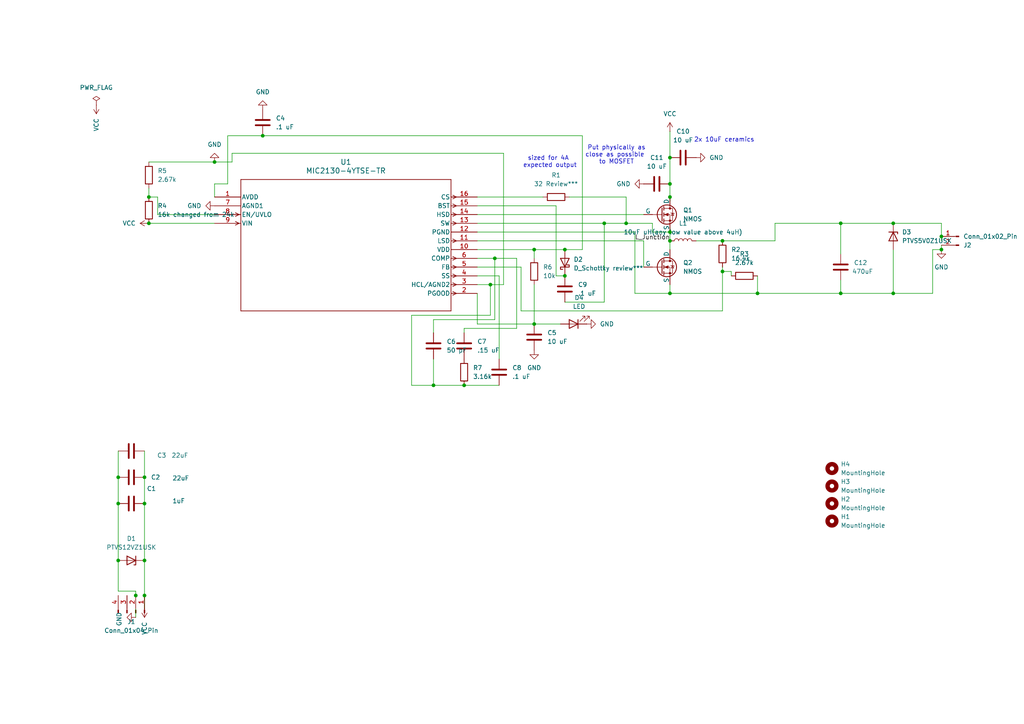
<source format=kicad_sch>
(kicad_sch
	(version 20231120)
	(generator "eeschema")
	(generator_version "8.0")
	(uuid "f91726f8-4a16-47cc-9d94-9873d6d925e9")
	(paper "A4")
	(lib_symbols
		(symbol "2024-09-25_20-23-27:MIC2130-4YTSE-TR"
			(pin_names
				(offset 0.254)
			)
			(exclude_from_sim no)
			(in_bom yes)
			(on_board yes)
			(property "Reference" "U"
				(at 38.1 10.16 0)
				(effects
					(font
						(size 1.524 1.524)
					)
				)
			)
			(property "Value" "MIC2130-4YTSE-TR"
				(at 38.1 7.62 0)
				(effects
					(font
						(size 1.524 1.524)
					)
				)
			)
			(property "Footprint" "TSSOP-16_K4-16-1_MCH"
				(at 0 0 0)
				(effects
					(font
						(size 1.27 1.27)
						(italic yes)
					)
					(hide yes)
				)
			)
			(property "Datasheet" "MIC2130-4YTSE-TR"
				(at 0 0 0)
				(effects
					(font
						(size 1.27 1.27)
						(italic yes)
					)
					(hide yes)
				)
			)
			(property "Description" ""
				(at 0 0 0)
				(effects
					(font
						(size 1.27 1.27)
					)
					(hide yes)
				)
			)
			(property "ki_locked" ""
				(at 0 0 0)
				(effects
					(font
						(size 1.27 1.27)
					)
				)
			)
			(property "ki_keywords" "MIC2130-4YTSE-TR"
				(at 0 0 0)
				(effects
					(font
						(size 1.27 1.27)
					)
					(hide yes)
				)
			)
			(property "ki_fp_filters" "TSSOP-16_K4-16-1_MCH TSSOP-16_K4-16-1_MCH-M TSSOP-16_K4-16-1_MCH-L"
				(at 0 0 0)
				(effects
					(font
						(size 1.27 1.27)
					)
					(hide yes)
				)
			)
			(symbol "MIC2130-4YTSE-TR_0_1"
				(polyline
					(pts
						(xy 7.0993 -7.62) (xy 6.0579 -8.1407)
					)
					(stroke
						(width 0.2032)
						(type default)
					)
					(fill
						(type none)
					)
				)
				(polyline
					(pts
						(xy 7.0993 -7.62) (xy 6.0579 -7.0993)
					)
					(stroke
						(width 0.2032)
						(type default)
					)
					(fill
						(type none)
					)
				)
				(polyline
					(pts
						(xy 7.0993 -5.08) (xy 6.0579 -5.6007)
					)
					(stroke
						(width 0.2032)
						(type default)
					)
					(fill
						(type none)
					)
				)
				(polyline
					(pts
						(xy 7.0993 -5.08) (xy 6.0579 -4.5593)
					)
					(stroke
						(width 0.2032)
						(type default)
					)
					(fill
						(type none)
					)
				)
				(polyline
					(pts
						(xy 7.62 -33.02) (xy 68.58 -33.02)
					)
					(stroke
						(width 0.2032)
						(type default)
					)
					(fill
						(type none)
					)
				)
				(polyline
					(pts
						(xy 7.62 5.08) (xy 7.62 -33.02)
					)
					(stroke
						(width 0.2032)
						(type default)
					)
					(fill
						(type none)
					)
				)
				(polyline
					(pts
						(xy 68.58 -33.02) (xy 68.58 5.08)
					)
					(stroke
						(width 0.2032)
						(type default)
					)
					(fill
						(type none)
					)
				)
				(polyline
					(pts
						(xy 68.58 5.08) (xy 7.62 5.08)
					)
					(stroke
						(width 0.2032)
						(type default)
					)
					(fill
						(type none)
					)
				)
				(polyline
					(pts
						(xy 69.1007 -28.4607) (xy 70.1421 -27.94)
					)
					(stroke
						(width 0.2032)
						(type default)
					)
					(fill
						(type none)
					)
				)
				(polyline
					(pts
						(xy 69.1007 -27.4193) (xy 70.1421 -27.94)
					)
					(stroke
						(width 0.2032)
						(type default)
					)
					(fill
						(type none)
					)
				)
				(polyline
					(pts
						(xy 69.1007 -25.9207) (xy 70.1421 -25.4)
					)
					(stroke
						(width 0.2032)
						(type default)
					)
					(fill
						(type none)
					)
				)
				(polyline
					(pts
						(xy 69.1007 -24.8793) (xy 70.1421 -25.4)
					)
					(stroke
						(width 0.2032)
						(type default)
					)
					(fill
						(type none)
					)
				)
				(polyline
					(pts
						(xy 69.1007 -23.3807) (xy 70.1421 -22.86)
					)
					(stroke
						(width 0.2032)
						(type default)
					)
					(fill
						(type none)
					)
				)
				(polyline
					(pts
						(xy 69.1007 -22.3393) (xy 70.1421 -22.86)
					)
					(stroke
						(width 0.2032)
						(type default)
					)
					(fill
						(type none)
					)
				)
				(polyline
					(pts
						(xy 69.1007 -20.8407) (xy 70.1421 -20.32)
					)
					(stroke
						(width 0.2032)
						(type default)
					)
					(fill
						(type none)
					)
				)
				(polyline
					(pts
						(xy 69.1007 -19.7993) (xy 70.1421 -20.32)
					)
					(stroke
						(width 0.2032)
						(type default)
					)
					(fill
						(type none)
					)
				)
				(polyline
					(pts
						(xy 69.1007 -18.3007) (xy 70.1421 -17.78)
					)
					(stroke
						(width 0.2032)
						(type default)
					)
					(fill
						(type none)
					)
				)
				(polyline
					(pts
						(xy 69.1007 -17.2593) (xy 70.1421 -17.78)
					)
					(stroke
						(width 0.2032)
						(type default)
					)
					(fill
						(type none)
					)
				)
				(polyline
					(pts
						(xy 69.1007 -13.2207) (xy 70.1421 -12.7)
					)
					(stroke
						(width 0.2032)
						(type default)
					)
					(fill
						(type none)
					)
				)
				(polyline
					(pts
						(xy 69.1007 -12.1793) (xy 70.1421 -12.7)
					)
					(stroke
						(width 0.2032)
						(type default)
					)
					(fill
						(type none)
					)
				)
				(polyline
					(pts
						(xy 69.1007 -8.1407) (xy 70.1421 -7.62)
					)
					(stroke
						(width 0.2032)
						(type default)
					)
					(fill
						(type none)
					)
				)
				(polyline
					(pts
						(xy 69.1007 -7.0993) (xy 70.1421 -7.62)
					)
					(stroke
						(width 0.2032)
						(type default)
					)
					(fill
						(type none)
					)
				)
				(polyline
					(pts
						(xy 69.1007 -5.6007) (xy 70.1421 -5.08)
					)
					(stroke
						(width 0.2032)
						(type default)
					)
					(fill
						(type none)
					)
				)
				(polyline
					(pts
						(xy 69.1007 -4.5593) (xy 70.1421 -5.08)
					)
					(stroke
						(width 0.2032)
						(type default)
					)
					(fill
						(type none)
					)
				)
				(polyline
					(pts
						(xy 69.1007 -3.0607) (xy 70.1421 -2.54)
					)
					(stroke
						(width 0.2032)
						(type default)
					)
					(fill
						(type none)
					)
				)
				(polyline
					(pts
						(xy 69.1007 -2.0193) (xy 70.1421 -2.54)
					)
					(stroke
						(width 0.2032)
						(type default)
					)
					(fill
						(type none)
					)
				)
				(polyline
					(pts
						(xy 69.1007 -0.5207) (xy 70.1421 0)
					)
					(stroke
						(width 0.2032)
						(type default)
					)
					(fill
						(type none)
					)
				)
				(polyline
					(pts
						(xy 69.1007 0.5207) (xy 70.1421 0)
					)
					(stroke
						(width 0.2032)
						(type default)
					)
					(fill
						(type none)
					)
				)
				(pin power_in line
					(at 0 0 0)
					(length 7.62)
					(name "AVDD"
						(effects
							(font
								(size 1.27 1.27)
							)
						)
					)
					(number "1"
						(effects
							(font
								(size 1.27 1.27)
							)
						)
					)
				)
				(pin power_in line
					(at 76.2 -15.24 180)
					(length 7.62)
					(name "VDD"
						(effects
							(font
								(size 1.27 1.27)
							)
						)
					)
					(number "10"
						(effects
							(font
								(size 1.27 1.27)
							)
						)
					)
				)
				(pin output line
					(at 76.2 -12.7 180)
					(length 7.62)
					(name "LSD"
						(effects
							(font
								(size 1.27 1.27)
							)
						)
					)
					(number "11"
						(effects
							(font
								(size 1.27 1.27)
							)
						)
					)
				)
				(pin power_in line
					(at 76.2 -10.16 180)
					(length 7.62)
					(name "PGND"
						(effects
							(font
								(size 1.27 1.27)
							)
						)
					)
					(number "12"
						(effects
							(font
								(size 1.27 1.27)
							)
						)
					)
				)
				(pin output line
					(at 76.2 -7.62 180)
					(length 7.62)
					(name "SW"
						(effects
							(font
								(size 1.27 1.27)
							)
						)
					)
					(number "13"
						(effects
							(font
								(size 1.27 1.27)
							)
						)
					)
				)
				(pin output line
					(at 76.2 -5.08 180)
					(length 7.62)
					(name "HSD"
						(effects
							(font
								(size 1.27 1.27)
							)
						)
					)
					(number "14"
						(effects
							(font
								(size 1.27 1.27)
							)
						)
					)
				)
				(pin output line
					(at 76.2 -2.54 180)
					(length 7.62)
					(name "BST"
						(effects
							(font
								(size 1.27 1.27)
							)
						)
					)
					(number "15"
						(effects
							(font
								(size 1.27 1.27)
							)
						)
					)
				)
				(pin output line
					(at 76.2 0 180)
					(length 7.62)
					(name "CS"
						(effects
							(font
								(size 1.27 1.27)
							)
						)
					)
					(number "16"
						(effects
							(font
								(size 1.27 1.27)
							)
						)
					)
				)
				(pin output line
					(at 76.2 -27.94 180)
					(length 7.62)
					(name "PGOOD"
						(effects
							(font
								(size 1.27 1.27)
							)
						)
					)
					(number "2"
						(effects
							(font
								(size 1.27 1.27)
							)
						)
					)
				)
				(pin output line
					(at 76.2 -25.4 180)
					(length 7.62)
					(name "HCL/AGND2"
						(effects
							(font
								(size 1.27 1.27)
							)
						)
					)
					(number "3"
						(effects
							(font
								(size 1.27 1.27)
							)
						)
					)
				)
				(pin output line
					(at 76.2 -22.86 180)
					(length 7.62)
					(name "SS"
						(effects
							(font
								(size 1.27 1.27)
							)
						)
					)
					(number "4"
						(effects
							(font
								(size 1.27 1.27)
							)
						)
					)
				)
				(pin output line
					(at 76.2 -20.32 180)
					(length 7.62)
					(name "FB"
						(effects
							(font
								(size 1.27 1.27)
							)
						)
					)
					(number "5"
						(effects
							(font
								(size 1.27 1.27)
							)
						)
					)
				)
				(pin output line
					(at 76.2 -17.78 180)
					(length 7.62)
					(name "COMP"
						(effects
							(font
								(size 1.27 1.27)
							)
						)
					)
					(number "6"
						(effects
							(font
								(size 1.27 1.27)
							)
						)
					)
				)
				(pin power_in line
					(at 0 -2.54 0)
					(length 7.62)
					(name "AGND1"
						(effects
							(font
								(size 1.27 1.27)
							)
						)
					)
					(number "7"
						(effects
							(font
								(size 1.27 1.27)
							)
						)
					)
				)
				(pin input line
					(at 0 -5.08 0)
					(length 7.62)
					(name "EN/UVLO"
						(effects
							(font
								(size 1.27 1.27)
							)
						)
					)
					(number "8"
						(effects
							(font
								(size 1.27 1.27)
							)
						)
					)
				)
				(pin input line
					(at 0 -7.62 0)
					(length 7.62)
					(name "VIN"
						(effects
							(font
								(size 1.27 1.27)
							)
						)
					)
					(number "9"
						(effects
							(font
								(size 1.27 1.27)
							)
						)
					)
				)
			)
		)
		(symbol "Connector:Conn_01x02_Pin"
			(pin_names
				(offset 1.016) hide)
			(exclude_from_sim no)
			(in_bom yes)
			(on_board yes)
			(property "Reference" "J"
				(at 0 2.54 0)
				(effects
					(font
						(size 1.27 1.27)
					)
				)
			)
			(property "Value" "Conn_01x02_Pin"
				(at 0 -5.08 0)
				(effects
					(font
						(size 1.27 1.27)
					)
				)
			)
			(property "Footprint" ""
				(at 0 0 0)
				(effects
					(font
						(size 1.27 1.27)
					)
					(hide yes)
				)
			)
			(property "Datasheet" "~"
				(at 0 0 0)
				(effects
					(font
						(size 1.27 1.27)
					)
					(hide yes)
				)
			)
			(property "Description" "Generic connector, single row, 01x02, script generated"
				(at 0 0 0)
				(effects
					(font
						(size 1.27 1.27)
					)
					(hide yes)
				)
			)
			(property "ki_locked" ""
				(at 0 0 0)
				(effects
					(font
						(size 1.27 1.27)
					)
				)
			)
			(property "ki_keywords" "connector"
				(at 0 0 0)
				(effects
					(font
						(size 1.27 1.27)
					)
					(hide yes)
				)
			)
			(property "ki_fp_filters" "Connector*:*_1x??_*"
				(at 0 0 0)
				(effects
					(font
						(size 1.27 1.27)
					)
					(hide yes)
				)
			)
			(symbol "Conn_01x02_Pin_1_1"
				(polyline
					(pts
						(xy 1.27 -2.54) (xy 0.8636 -2.54)
					)
					(stroke
						(width 0.1524)
						(type default)
					)
					(fill
						(type none)
					)
				)
				(polyline
					(pts
						(xy 1.27 0) (xy 0.8636 0)
					)
					(stroke
						(width 0.1524)
						(type default)
					)
					(fill
						(type none)
					)
				)
				(rectangle
					(start 0.8636 -2.413)
					(end 0 -2.667)
					(stroke
						(width 0.1524)
						(type default)
					)
					(fill
						(type outline)
					)
				)
				(rectangle
					(start 0.8636 0.127)
					(end 0 -0.127)
					(stroke
						(width 0.1524)
						(type default)
					)
					(fill
						(type outline)
					)
				)
				(pin passive line
					(at 5.08 0 180)
					(length 3.81)
					(name "Pin_1"
						(effects
							(font
								(size 1.27 1.27)
							)
						)
					)
					(number "1"
						(effects
							(font
								(size 1.27 1.27)
							)
						)
					)
				)
				(pin passive line
					(at 5.08 -2.54 180)
					(length 3.81)
					(name "Pin_2"
						(effects
							(font
								(size 1.27 1.27)
							)
						)
					)
					(number "2"
						(effects
							(font
								(size 1.27 1.27)
							)
						)
					)
				)
			)
		)
		(symbol "Connector:Conn_01x04_Pin"
			(pin_names
				(offset 1.016) hide)
			(exclude_from_sim no)
			(in_bom yes)
			(on_board yes)
			(property "Reference" "J"
				(at 0 5.08 0)
				(effects
					(font
						(size 1.27 1.27)
					)
				)
			)
			(property "Value" "Conn_01x04_Pin"
				(at 0 -7.62 0)
				(effects
					(font
						(size 1.27 1.27)
					)
				)
			)
			(property "Footprint" ""
				(at 0 0 0)
				(effects
					(font
						(size 1.27 1.27)
					)
					(hide yes)
				)
			)
			(property "Datasheet" "~"
				(at 0 0 0)
				(effects
					(font
						(size 1.27 1.27)
					)
					(hide yes)
				)
			)
			(property "Description" "Generic connector, single row, 01x04, script generated"
				(at 0 0 0)
				(effects
					(font
						(size 1.27 1.27)
					)
					(hide yes)
				)
			)
			(property "ki_locked" ""
				(at 0 0 0)
				(effects
					(font
						(size 1.27 1.27)
					)
				)
			)
			(property "ki_keywords" "connector"
				(at 0 0 0)
				(effects
					(font
						(size 1.27 1.27)
					)
					(hide yes)
				)
			)
			(property "ki_fp_filters" "Connector*:*_1x??_*"
				(at 0 0 0)
				(effects
					(font
						(size 1.27 1.27)
					)
					(hide yes)
				)
			)
			(symbol "Conn_01x04_Pin_1_1"
				(polyline
					(pts
						(xy 1.27 -5.08) (xy 0.8636 -5.08)
					)
					(stroke
						(width 0.1524)
						(type default)
					)
					(fill
						(type none)
					)
				)
				(polyline
					(pts
						(xy 1.27 -2.54) (xy 0.8636 -2.54)
					)
					(stroke
						(width 0.1524)
						(type default)
					)
					(fill
						(type none)
					)
				)
				(polyline
					(pts
						(xy 1.27 0) (xy 0.8636 0)
					)
					(stroke
						(width 0.1524)
						(type default)
					)
					(fill
						(type none)
					)
				)
				(polyline
					(pts
						(xy 1.27 2.54) (xy 0.8636 2.54)
					)
					(stroke
						(width 0.1524)
						(type default)
					)
					(fill
						(type none)
					)
				)
				(rectangle
					(start 0.8636 -4.953)
					(end 0 -5.207)
					(stroke
						(width 0.1524)
						(type default)
					)
					(fill
						(type outline)
					)
				)
				(rectangle
					(start 0.8636 -2.413)
					(end 0 -2.667)
					(stroke
						(width 0.1524)
						(type default)
					)
					(fill
						(type outline)
					)
				)
				(rectangle
					(start 0.8636 0.127)
					(end 0 -0.127)
					(stroke
						(width 0.1524)
						(type default)
					)
					(fill
						(type outline)
					)
				)
				(rectangle
					(start 0.8636 2.667)
					(end 0 2.413)
					(stroke
						(width 0.1524)
						(type default)
					)
					(fill
						(type outline)
					)
				)
				(pin passive line
					(at 5.08 2.54 180)
					(length 3.81)
					(name "Pin_1"
						(effects
							(font
								(size 1.27 1.27)
							)
						)
					)
					(number "1"
						(effects
							(font
								(size 1.27 1.27)
							)
						)
					)
				)
				(pin passive line
					(at 5.08 0 180)
					(length 3.81)
					(name "Pin_2"
						(effects
							(font
								(size 1.27 1.27)
							)
						)
					)
					(number "2"
						(effects
							(font
								(size 1.27 1.27)
							)
						)
					)
				)
				(pin passive line
					(at 5.08 -2.54 180)
					(length 3.81)
					(name "Pin_3"
						(effects
							(font
								(size 1.27 1.27)
							)
						)
					)
					(number "3"
						(effects
							(font
								(size 1.27 1.27)
							)
						)
					)
				)
				(pin passive line
					(at 5.08 -5.08 180)
					(length 3.81)
					(name "Pin_4"
						(effects
							(font
								(size 1.27 1.27)
							)
						)
					)
					(number "4"
						(effects
							(font
								(size 1.27 1.27)
							)
						)
					)
				)
			)
		)
		(symbol "Device:C"
			(pin_numbers hide)
			(pin_names
				(offset 0.254)
			)
			(exclude_from_sim no)
			(in_bom yes)
			(on_board yes)
			(property "Reference" "C"
				(at 0.635 2.54 0)
				(effects
					(font
						(size 1.27 1.27)
					)
					(justify left)
				)
			)
			(property "Value" "C"
				(at 0.635 -2.54 0)
				(effects
					(font
						(size 1.27 1.27)
					)
					(justify left)
				)
			)
			(property "Footprint" ""
				(at 0.9652 -3.81 0)
				(effects
					(font
						(size 1.27 1.27)
					)
					(hide yes)
				)
			)
			(property "Datasheet" "~"
				(at 0 0 0)
				(effects
					(font
						(size 1.27 1.27)
					)
					(hide yes)
				)
			)
			(property "Description" "Unpolarized capacitor"
				(at 0 0 0)
				(effects
					(font
						(size 1.27 1.27)
					)
					(hide yes)
				)
			)
			(property "ki_keywords" "cap capacitor"
				(at 0 0 0)
				(effects
					(font
						(size 1.27 1.27)
					)
					(hide yes)
				)
			)
			(property "ki_fp_filters" "C_*"
				(at 0 0 0)
				(effects
					(font
						(size 1.27 1.27)
					)
					(hide yes)
				)
			)
			(symbol "C_0_1"
				(polyline
					(pts
						(xy -2.032 -0.762) (xy 2.032 -0.762)
					)
					(stroke
						(width 0.508)
						(type default)
					)
					(fill
						(type none)
					)
				)
				(polyline
					(pts
						(xy -2.032 0.762) (xy 2.032 0.762)
					)
					(stroke
						(width 0.508)
						(type default)
					)
					(fill
						(type none)
					)
				)
			)
			(symbol "C_1_1"
				(pin passive line
					(at 0 3.81 270)
					(length 2.794)
					(name "~"
						(effects
							(font
								(size 1.27 1.27)
							)
						)
					)
					(number "1"
						(effects
							(font
								(size 1.27 1.27)
							)
						)
					)
				)
				(pin passive line
					(at 0 -3.81 90)
					(length 2.794)
					(name "~"
						(effects
							(font
								(size 1.27 1.27)
							)
						)
					)
					(number "2"
						(effects
							(font
								(size 1.27 1.27)
							)
						)
					)
				)
			)
		)
		(symbol "Device:D_Schottky"
			(pin_numbers hide)
			(pin_names
				(offset 1.016) hide)
			(exclude_from_sim no)
			(in_bom yes)
			(on_board yes)
			(property "Reference" "D"
				(at 0 2.54 0)
				(effects
					(font
						(size 1.27 1.27)
					)
				)
			)
			(property "Value" "D_Schottky"
				(at 0 -2.54 0)
				(effects
					(font
						(size 1.27 1.27)
					)
				)
			)
			(property "Footprint" ""
				(at 0 0 0)
				(effects
					(font
						(size 1.27 1.27)
					)
					(hide yes)
				)
			)
			(property "Datasheet" "~"
				(at 0 0 0)
				(effects
					(font
						(size 1.27 1.27)
					)
					(hide yes)
				)
			)
			(property "Description" "Schottky diode"
				(at 0 0 0)
				(effects
					(font
						(size 1.27 1.27)
					)
					(hide yes)
				)
			)
			(property "ki_keywords" "diode Schottky"
				(at 0 0 0)
				(effects
					(font
						(size 1.27 1.27)
					)
					(hide yes)
				)
			)
			(property "ki_fp_filters" "TO-???* *_Diode_* *SingleDiode* D_*"
				(at 0 0 0)
				(effects
					(font
						(size 1.27 1.27)
					)
					(hide yes)
				)
			)
			(symbol "D_Schottky_0_1"
				(polyline
					(pts
						(xy 1.27 0) (xy -1.27 0)
					)
					(stroke
						(width 0)
						(type default)
					)
					(fill
						(type none)
					)
				)
				(polyline
					(pts
						(xy 1.27 1.27) (xy 1.27 -1.27) (xy -1.27 0) (xy 1.27 1.27)
					)
					(stroke
						(width 0.254)
						(type default)
					)
					(fill
						(type none)
					)
				)
				(polyline
					(pts
						(xy -1.905 0.635) (xy -1.905 1.27) (xy -1.27 1.27) (xy -1.27 -1.27) (xy -0.635 -1.27) (xy -0.635 -0.635)
					)
					(stroke
						(width 0.254)
						(type default)
					)
					(fill
						(type none)
					)
				)
			)
			(symbol "D_Schottky_1_1"
				(pin passive line
					(at -3.81 0 0)
					(length 2.54)
					(name "K"
						(effects
							(font
								(size 1.27 1.27)
							)
						)
					)
					(number "1"
						(effects
							(font
								(size 1.27 1.27)
							)
						)
					)
				)
				(pin passive line
					(at 3.81 0 180)
					(length 2.54)
					(name "A"
						(effects
							(font
								(size 1.27 1.27)
							)
						)
					)
					(number "2"
						(effects
							(font
								(size 1.27 1.27)
							)
						)
					)
				)
			)
		)
		(symbol "Device:L"
			(pin_numbers hide)
			(pin_names
				(offset 1.016) hide)
			(exclude_from_sim no)
			(in_bom yes)
			(on_board yes)
			(property "Reference" "L"
				(at -1.27 0 90)
				(effects
					(font
						(size 1.27 1.27)
					)
				)
			)
			(property "Value" "L"
				(at 1.905 0 90)
				(effects
					(font
						(size 1.27 1.27)
					)
				)
			)
			(property "Footprint" ""
				(at 0 0 0)
				(effects
					(font
						(size 1.27 1.27)
					)
					(hide yes)
				)
			)
			(property "Datasheet" "~"
				(at 0 0 0)
				(effects
					(font
						(size 1.27 1.27)
					)
					(hide yes)
				)
			)
			(property "Description" "Inductor"
				(at 0 0 0)
				(effects
					(font
						(size 1.27 1.27)
					)
					(hide yes)
				)
			)
			(property "ki_keywords" "inductor choke coil reactor magnetic"
				(at 0 0 0)
				(effects
					(font
						(size 1.27 1.27)
					)
					(hide yes)
				)
			)
			(property "ki_fp_filters" "Choke_* *Coil* Inductor_* L_*"
				(at 0 0 0)
				(effects
					(font
						(size 1.27 1.27)
					)
					(hide yes)
				)
			)
			(symbol "L_0_1"
				(arc
					(start 0 -2.54)
					(mid 0.6323 -1.905)
					(end 0 -1.27)
					(stroke
						(width 0)
						(type default)
					)
					(fill
						(type none)
					)
				)
				(arc
					(start 0 -1.27)
					(mid 0.6323 -0.635)
					(end 0 0)
					(stroke
						(width 0)
						(type default)
					)
					(fill
						(type none)
					)
				)
				(arc
					(start 0 0)
					(mid 0.6323 0.635)
					(end 0 1.27)
					(stroke
						(width 0)
						(type default)
					)
					(fill
						(type none)
					)
				)
				(arc
					(start 0 1.27)
					(mid 0.6323 1.905)
					(end 0 2.54)
					(stroke
						(width 0)
						(type default)
					)
					(fill
						(type none)
					)
				)
			)
			(symbol "L_1_1"
				(pin passive line
					(at 0 3.81 270)
					(length 1.27)
					(name "1"
						(effects
							(font
								(size 1.27 1.27)
							)
						)
					)
					(number "1"
						(effects
							(font
								(size 1.27 1.27)
							)
						)
					)
				)
				(pin passive line
					(at 0 -3.81 90)
					(length 1.27)
					(name "2"
						(effects
							(font
								(size 1.27 1.27)
							)
						)
					)
					(number "2"
						(effects
							(font
								(size 1.27 1.27)
							)
						)
					)
				)
			)
		)
		(symbol "Device:LED"
			(pin_numbers hide)
			(pin_names
				(offset 1.016) hide)
			(exclude_from_sim no)
			(in_bom yes)
			(on_board yes)
			(property "Reference" "D"
				(at 0 2.54 0)
				(effects
					(font
						(size 1.27 1.27)
					)
				)
			)
			(property "Value" "LED"
				(at 0 -2.54 0)
				(effects
					(font
						(size 1.27 1.27)
					)
				)
			)
			(property "Footprint" ""
				(at 0 0 0)
				(effects
					(font
						(size 1.27 1.27)
					)
					(hide yes)
				)
			)
			(property "Datasheet" "~"
				(at 0 0 0)
				(effects
					(font
						(size 1.27 1.27)
					)
					(hide yes)
				)
			)
			(property "Description" "Light emitting diode"
				(at 0 0 0)
				(effects
					(font
						(size 1.27 1.27)
					)
					(hide yes)
				)
			)
			(property "ki_keywords" "LED diode"
				(at 0 0 0)
				(effects
					(font
						(size 1.27 1.27)
					)
					(hide yes)
				)
			)
			(property "ki_fp_filters" "LED* LED_SMD:* LED_THT:*"
				(at 0 0 0)
				(effects
					(font
						(size 1.27 1.27)
					)
					(hide yes)
				)
			)
			(symbol "LED_0_1"
				(polyline
					(pts
						(xy -1.27 -1.27) (xy -1.27 1.27)
					)
					(stroke
						(width 0.254)
						(type default)
					)
					(fill
						(type none)
					)
				)
				(polyline
					(pts
						(xy -1.27 0) (xy 1.27 0)
					)
					(stroke
						(width 0)
						(type default)
					)
					(fill
						(type none)
					)
				)
				(polyline
					(pts
						(xy 1.27 -1.27) (xy 1.27 1.27) (xy -1.27 0) (xy 1.27 -1.27)
					)
					(stroke
						(width 0.254)
						(type default)
					)
					(fill
						(type none)
					)
				)
				(polyline
					(pts
						(xy -3.048 -0.762) (xy -4.572 -2.286) (xy -3.81 -2.286) (xy -4.572 -2.286) (xy -4.572 -1.524)
					)
					(stroke
						(width 0)
						(type default)
					)
					(fill
						(type none)
					)
				)
				(polyline
					(pts
						(xy -1.778 -0.762) (xy -3.302 -2.286) (xy -2.54 -2.286) (xy -3.302 -2.286) (xy -3.302 -1.524)
					)
					(stroke
						(width 0)
						(type default)
					)
					(fill
						(type none)
					)
				)
			)
			(symbol "LED_1_1"
				(pin passive line
					(at -3.81 0 0)
					(length 2.54)
					(name "K"
						(effects
							(font
								(size 1.27 1.27)
							)
						)
					)
					(number "1"
						(effects
							(font
								(size 1.27 1.27)
							)
						)
					)
				)
				(pin passive line
					(at 3.81 0 180)
					(length 2.54)
					(name "A"
						(effects
							(font
								(size 1.27 1.27)
							)
						)
					)
					(number "2"
						(effects
							(font
								(size 1.27 1.27)
							)
						)
					)
				)
			)
		)
		(symbol "Device:R"
			(pin_numbers hide)
			(pin_names
				(offset 0)
			)
			(exclude_from_sim no)
			(in_bom yes)
			(on_board yes)
			(property "Reference" "R"
				(at 2.032 0 90)
				(effects
					(font
						(size 1.27 1.27)
					)
				)
			)
			(property "Value" "R"
				(at 0 0 90)
				(effects
					(font
						(size 1.27 1.27)
					)
				)
			)
			(property "Footprint" ""
				(at -1.778 0 90)
				(effects
					(font
						(size 1.27 1.27)
					)
					(hide yes)
				)
			)
			(property "Datasheet" "~"
				(at 0 0 0)
				(effects
					(font
						(size 1.27 1.27)
					)
					(hide yes)
				)
			)
			(property "Description" "Resistor"
				(at 0 0 0)
				(effects
					(font
						(size 1.27 1.27)
					)
					(hide yes)
				)
			)
			(property "ki_keywords" "R res resistor"
				(at 0 0 0)
				(effects
					(font
						(size 1.27 1.27)
					)
					(hide yes)
				)
			)
			(property "ki_fp_filters" "R_*"
				(at 0 0 0)
				(effects
					(font
						(size 1.27 1.27)
					)
					(hide yes)
				)
			)
			(symbol "R_0_1"
				(rectangle
					(start -1.016 -2.54)
					(end 1.016 2.54)
					(stroke
						(width 0.254)
						(type default)
					)
					(fill
						(type none)
					)
				)
			)
			(symbol "R_1_1"
				(pin passive line
					(at 0 3.81 270)
					(length 1.27)
					(name "~"
						(effects
							(font
								(size 1.27 1.27)
							)
						)
					)
					(number "1"
						(effects
							(font
								(size 1.27 1.27)
							)
						)
					)
				)
				(pin passive line
					(at 0 -3.81 90)
					(length 1.27)
					(name "~"
						(effects
							(font
								(size 1.27 1.27)
							)
						)
					)
					(number "2"
						(effects
							(font
								(size 1.27 1.27)
							)
						)
					)
				)
			)
		)
		(symbol "Diode:PTVS12VZ1USK"
			(pin_numbers hide)
			(pin_names hide)
			(exclude_from_sim no)
			(in_bom yes)
			(on_board yes)
			(property "Reference" "D"
				(at 0 2.54 0)
				(effects
					(font
						(size 1.27 1.27)
					)
				)
			)
			(property "Value" "PTVS12VZ1USK"
				(at 0 -2.54 0)
				(effects
					(font
						(size 1.27 1.27)
					)
				)
			)
			(property "Footprint" "Diode_SMD:Nexperia_DSN1608-2_1.6x0.8mm"
				(at 0 -4.445 0)
				(effects
					(font
						(size 1.27 1.27)
					)
					(hide yes)
				)
			)
			(property "Datasheet" "https://assets.nexperia.com/documents/data-sheet/PTVS12VZ1USK.pdf"
				(at 0 0 0)
				(effects
					(font
						(size 1.27 1.27)
					)
					(hide yes)
				)
			)
			(property "Description" "12V, 1900W TVS unidirectional diode, DSN1608-2"
				(at 0 0 0)
				(effects
					(font
						(size 1.27 1.27)
					)
					(hide yes)
				)
			)
			(property "ki_keywords" "TVS diode"
				(at 0 0 0)
				(effects
					(font
						(size 1.27 1.27)
					)
					(hide yes)
				)
			)
			(property "ki_fp_filters" "*DSN1608?2*"
				(at 0 0 0)
				(effects
					(font
						(size 1.27 1.27)
					)
					(hide yes)
				)
			)
			(symbol "PTVS12VZ1USK_0_1"
				(polyline
					(pts
						(xy 1.27 0) (xy -1.27 0)
					)
					(stroke
						(width 0)
						(type default)
					)
					(fill
						(type none)
					)
				)
				(polyline
					(pts
						(xy -1.27 -1.27) (xy -1.27 1.27) (xy -0.762 1.27)
					)
					(stroke
						(width 0.254)
						(type default)
					)
					(fill
						(type none)
					)
				)
				(polyline
					(pts
						(xy 1.27 -1.27) (xy 1.27 1.27) (xy -1.27 0) (xy 1.27 -1.27)
					)
					(stroke
						(width 0.254)
						(type default)
					)
					(fill
						(type none)
					)
				)
			)
			(symbol "PTVS12VZ1USK_1_1"
				(pin passive line
					(at -3.81 0 0)
					(length 2.54)
					(name "K"
						(effects
							(font
								(size 1.27 1.27)
							)
						)
					)
					(number "1"
						(effects
							(font
								(size 1.27 1.27)
							)
						)
					)
				)
				(pin passive line
					(at 3.81 0 180)
					(length 2.54)
					(name "A"
						(effects
							(font
								(size 1.27 1.27)
							)
						)
					)
					(number "2"
						(effects
							(font
								(size 1.27 1.27)
							)
						)
					)
				)
			)
		)
		(symbol "Diode:PTVS5V0Z1USK"
			(pin_numbers hide)
			(pin_names hide)
			(exclude_from_sim no)
			(in_bom yes)
			(on_board yes)
			(property "Reference" "D"
				(at 0 2.54 0)
				(effects
					(font
						(size 1.27 1.27)
					)
				)
			)
			(property "Value" "PTVS5V0Z1USK"
				(at 0 -2.54 0)
				(effects
					(font
						(size 1.27 1.27)
					)
				)
			)
			(property "Footprint" "Diode_SMD:Nexperia_DSN1608-2_1.6x0.8mm"
				(at 0 -4.445 0)
				(effects
					(font
						(size 1.27 1.27)
					)
					(hide yes)
				)
			)
			(property "Datasheet" "https://assets.nexperia.com/documents/data-sheet/PTVS5V0Z1USK.pdf"
				(at 0 0 0)
				(effects
					(font
						(size 1.27 1.27)
					)
					(hide yes)
				)
			)
			(property "Description" "5V, 1200W TVS unidirectional diode, DSN1608-2"
				(at 0 0 0)
				(effects
					(font
						(size 1.27 1.27)
					)
					(hide yes)
				)
			)
			(property "ki_keywords" "TVS diode"
				(at 0 0 0)
				(effects
					(font
						(size 1.27 1.27)
					)
					(hide yes)
				)
			)
			(property "ki_fp_filters" "*DSN1608?2*"
				(at 0 0 0)
				(effects
					(font
						(size 1.27 1.27)
					)
					(hide yes)
				)
			)
			(symbol "PTVS5V0Z1USK_0_1"
				(polyline
					(pts
						(xy 1.27 0) (xy -1.27 0)
					)
					(stroke
						(width 0)
						(type default)
					)
					(fill
						(type none)
					)
				)
				(polyline
					(pts
						(xy -1.27 -1.27) (xy -1.27 1.27) (xy -0.762 1.27)
					)
					(stroke
						(width 0.254)
						(type default)
					)
					(fill
						(type none)
					)
				)
				(polyline
					(pts
						(xy 1.27 -1.27) (xy 1.27 1.27) (xy -1.27 0) (xy 1.27 -1.27)
					)
					(stroke
						(width 0.254)
						(type default)
					)
					(fill
						(type none)
					)
				)
			)
			(symbol "PTVS5V0Z1USK_1_1"
				(pin passive line
					(at -3.81 0 0)
					(length 2.54)
					(name "K"
						(effects
							(font
								(size 1.27 1.27)
							)
						)
					)
					(number "1"
						(effects
							(font
								(size 1.27 1.27)
							)
						)
					)
				)
				(pin passive line
					(at 3.81 0 180)
					(length 2.54)
					(name "A"
						(effects
							(font
								(size 1.27 1.27)
							)
						)
					)
					(number "2"
						(effects
							(font
								(size 1.27 1.27)
							)
						)
					)
				)
			)
		)
		(symbol "Mechanical:MountingHole"
			(pin_names
				(offset 1.016)
			)
			(exclude_from_sim yes)
			(in_bom no)
			(on_board yes)
			(property "Reference" "H"
				(at 0 5.08 0)
				(effects
					(font
						(size 1.27 1.27)
					)
				)
			)
			(property "Value" "MountingHole"
				(at 0 3.175 0)
				(effects
					(font
						(size 1.27 1.27)
					)
				)
			)
			(property "Footprint" ""
				(at 0 0 0)
				(effects
					(font
						(size 1.27 1.27)
					)
					(hide yes)
				)
			)
			(property "Datasheet" "~"
				(at 0 0 0)
				(effects
					(font
						(size 1.27 1.27)
					)
					(hide yes)
				)
			)
			(property "Description" "Mounting Hole without connection"
				(at 0 0 0)
				(effects
					(font
						(size 1.27 1.27)
					)
					(hide yes)
				)
			)
			(property "ki_keywords" "mounting hole"
				(at 0 0 0)
				(effects
					(font
						(size 1.27 1.27)
					)
					(hide yes)
				)
			)
			(property "ki_fp_filters" "MountingHole*"
				(at 0 0 0)
				(effects
					(font
						(size 1.27 1.27)
					)
					(hide yes)
				)
			)
			(symbol "MountingHole_0_1"
				(circle
					(center 0 0)
					(radius 1.27)
					(stroke
						(width 1.27)
						(type default)
					)
					(fill
						(type none)
					)
				)
			)
		)
		(symbol "Simulation_SPICE:NMOS"
			(pin_numbers hide)
			(pin_names
				(offset 0)
			)
			(exclude_from_sim no)
			(in_bom yes)
			(on_board yes)
			(property "Reference" "Q"
				(at 5.08 1.27 0)
				(effects
					(font
						(size 1.27 1.27)
					)
					(justify left)
				)
			)
			(property "Value" "NMOS"
				(at 5.08 -1.27 0)
				(effects
					(font
						(size 1.27 1.27)
					)
					(justify left)
				)
			)
			(property "Footprint" ""
				(at 5.08 2.54 0)
				(effects
					(font
						(size 1.27 1.27)
					)
					(hide yes)
				)
			)
			(property "Datasheet" "https://ngspice.sourceforge.io/docs/ngspice-html-manual/manual.xhtml#cha_MOSFETs"
				(at 0 -12.7 0)
				(effects
					(font
						(size 1.27 1.27)
					)
					(hide yes)
				)
			)
			(property "Description" "N-MOSFET transistor, drain/source/gate"
				(at 0 0 0)
				(effects
					(font
						(size 1.27 1.27)
					)
					(hide yes)
				)
			)
			(property "Sim.Device" "NMOS"
				(at 0 -17.145 0)
				(effects
					(font
						(size 1.27 1.27)
					)
					(hide yes)
				)
			)
			(property "Sim.Type" "VDMOS"
				(at 0 -19.05 0)
				(effects
					(font
						(size 1.27 1.27)
					)
					(hide yes)
				)
			)
			(property "Sim.Pins" "1=D 2=G 3=S"
				(at 0 -15.24 0)
				(effects
					(font
						(size 1.27 1.27)
					)
					(hide yes)
				)
			)
			(property "ki_keywords" "transistor NMOS N-MOS N-MOSFET simulation"
				(at 0 0 0)
				(effects
					(font
						(size 1.27 1.27)
					)
					(hide yes)
				)
			)
			(symbol "NMOS_0_1"
				(polyline
					(pts
						(xy 0.254 0) (xy -2.54 0)
					)
					(stroke
						(width 0)
						(type default)
					)
					(fill
						(type none)
					)
				)
				(polyline
					(pts
						(xy 0.254 1.905) (xy 0.254 -1.905)
					)
					(stroke
						(width 0.254)
						(type default)
					)
					(fill
						(type none)
					)
				)
				(polyline
					(pts
						(xy 0.762 -1.27) (xy 0.762 -2.286)
					)
					(stroke
						(width 0.254)
						(type default)
					)
					(fill
						(type none)
					)
				)
				(polyline
					(pts
						(xy 0.762 0.508) (xy 0.762 -0.508)
					)
					(stroke
						(width 0.254)
						(type default)
					)
					(fill
						(type none)
					)
				)
				(polyline
					(pts
						(xy 0.762 2.286) (xy 0.762 1.27)
					)
					(stroke
						(width 0.254)
						(type default)
					)
					(fill
						(type none)
					)
				)
				(polyline
					(pts
						(xy 2.54 2.54) (xy 2.54 1.778)
					)
					(stroke
						(width 0)
						(type default)
					)
					(fill
						(type none)
					)
				)
				(polyline
					(pts
						(xy 2.54 -2.54) (xy 2.54 0) (xy 0.762 0)
					)
					(stroke
						(width 0)
						(type default)
					)
					(fill
						(type none)
					)
				)
				(polyline
					(pts
						(xy 0.762 -1.778) (xy 3.302 -1.778) (xy 3.302 1.778) (xy 0.762 1.778)
					)
					(stroke
						(width 0)
						(type default)
					)
					(fill
						(type none)
					)
				)
				(polyline
					(pts
						(xy 1.016 0) (xy 2.032 0.381) (xy 2.032 -0.381) (xy 1.016 0)
					)
					(stroke
						(width 0)
						(type default)
					)
					(fill
						(type outline)
					)
				)
				(polyline
					(pts
						(xy 2.794 0.508) (xy 2.921 0.381) (xy 3.683 0.381) (xy 3.81 0.254)
					)
					(stroke
						(width 0)
						(type default)
					)
					(fill
						(type none)
					)
				)
				(polyline
					(pts
						(xy 3.302 0.381) (xy 2.921 -0.254) (xy 3.683 -0.254) (xy 3.302 0.381)
					)
					(stroke
						(width 0)
						(type default)
					)
					(fill
						(type none)
					)
				)
				(circle
					(center 1.651 0)
					(radius 2.794)
					(stroke
						(width 0.254)
						(type default)
					)
					(fill
						(type none)
					)
				)
				(circle
					(center 2.54 -1.778)
					(radius 0.254)
					(stroke
						(width 0)
						(type default)
					)
					(fill
						(type outline)
					)
				)
				(circle
					(center 2.54 1.778)
					(radius 0.254)
					(stroke
						(width 0)
						(type default)
					)
					(fill
						(type outline)
					)
				)
			)
			(symbol "NMOS_1_1"
				(pin passive line
					(at 2.54 5.08 270)
					(length 2.54)
					(name "D"
						(effects
							(font
								(size 1.27 1.27)
							)
						)
					)
					(number "1"
						(effects
							(font
								(size 1.27 1.27)
							)
						)
					)
				)
				(pin input line
					(at -5.08 0 0)
					(length 2.54)
					(name "G"
						(effects
							(font
								(size 1.27 1.27)
							)
						)
					)
					(number "2"
						(effects
							(font
								(size 1.27 1.27)
							)
						)
					)
				)
				(pin passive line
					(at 2.54 -5.08 90)
					(length 2.54)
					(name "S"
						(effects
							(font
								(size 1.27 1.27)
							)
						)
					)
					(number "3"
						(effects
							(font
								(size 1.27 1.27)
							)
						)
					)
				)
			)
		)
		(symbol "power:GND"
			(power)
			(pin_numbers hide)
			(pin_names
				(offset 0) hide)
			(exclude_from_sim no)
			(in_bom yes)
			(on_board yes)
			(property "Reference" "#PWR"
				(at 0 -6.35 0)
				(effects
					(font
						(size 1.27 1.27)
					)
					(hide yes)
				)
			)
			(property "Value" "GND"
				(at 0 -3.81 0)
				(effects
					(font
						(size 1.27 1.27)
					)
				)
			)
			(property "Footprint" ""
				(at 0 0 0)
				(effects
					(font
						(size 1.27 1.27)
					)
					(hide yes)
				)
			)
			(property "Datasheet" ""
				(at 0 0 0)
				(effects
					(font
						(size 1.27 1.27)
					)
					(hide yes)
				)
			)
			(property "Description" "Power symbol creates a global label with name \"GND\" , ground"
				(at 0 0 0)
				(effects
					(font
						(size 1.27 1.27)
					)
					(hide yes)
				)
			)
			(property "ki_keywords" "global power"
				(at 0 0 0)
				(effects
					(font
						(size 1.27 1.27)
					)
					(hide yes)
				)
			)
			(symbol "GND_0_1"
				(polyline
					(pts
						(xy 0 0) (xy 0 -1.27) (xy 1.27 -1.27) (xy 0 -2.54) (xy -1.27 -1.27) (xy 0 -1.27)
					)
					(stroke
						(width 0)
						(type default)
					)
					(fill
						(type none)
					)
				)
			)
			(symbol "GND_1_1"
				(pin power_in line
					(at 0 0 270)
					(length 0)
					(name "~"
						(effects
							(font
								(size 1.27 1.27)
							)
						)
					)
					(number "1"
						(effects
							(font
								(size 1.27 1.27)
							)
						)
					)
				)
			)
		)
		(symbol "power:PWR_FLAG"
			(power)
			(pin_numbers hide)
			(pin_names
				(offset 0) hide)
			(exclude_from_sim no)
			(in_bom yes)
			(on_board yes)
			(property "Reference" "#FLG"
				(at 0 1.905 0)
				(effects
					(font
						(size 1.27 1.27)
					)
					(hide yes)
				)
			)
			(property "Value" "PWR_FLAG"
				(at 0 3.81 0)
				(effects
					(font
						(size 1.27 1.27)
					)
				)
			)
			(property "Footprint" ""
				(at 0 0 0)
				(effects
					(font
						(size 1.27 1.27)
					)
					(hide yes)
				)
			)
			(property "Datasheet" "~"
				(at 0 0 0)
				(effects
					(font
						(size 1.27 1.27)
					)
					(hide yes)
				)
			)
			(property "Description" "Special symbol for telling ERC where power comes from"
				(at 0 0 0)
				(effects
					(font
						(size 1.27 1.27)
					)
					(hide yes)
				)
			)
			(property "ki_keywords" "flag power"
				(at 0 0 0)
				(effects
					(font
						(size 1.27 1.27)
					)
					(hide yes)
				)
			)
			(symbol "PWR_FLAG_0_0"
				(pin power_out line
					(at 0 0 90)
					(length 0)
					(name "~"
						(effects
							(font
								(size 1.27 1.27)
							)
						)
					)
					(number "1"
						(effects
							(font
								(size 1.27 1.27)
							)
						)
					)
				)
			)
			(symbol "PWR_FLAG_0_1"
				(polyline
					(pts
						(xy 0 0) (xy 0 1.27) (xy -1.016 1.905) (xy 0 2.54) (xy 1.016 1.905) (xy 0 1.27)
					)
					(stroke
						(width 0)
						(type default)
					)
					(fill
						(type none)
					)
				)
			)
		)
		(symbol "power:VCC"
			(power)
			(pin_numbers hide)
			(pin_names
				(offset 0) hide)
			(exclude_from_sim no)
			(in_bom yes)
			(on_board yes)
			(property "Reference" "#PWR"
				(at 0 -3.81 0)
				(effects
					(font
						(size 1.27 1.27)
					)
					(hide yes)
				)
			)
			(property "Value" "VCC"
				(at 0 3.556 0)
				(effects
					(font
						(size 1.27 1.27)
					)
				)
			)
			(property "Footprint" ""
				(at 0 0 0)
				(effects
					(font
						(size 1.27 1.27)
					)
					(hide yes)
				)
			)
			(property "Datasheet" ""
				(at 0 0 0)
				(effects
					(font
						(size 1.27 1.27)
					)
					(hide yes)
				)
			)
			(property "Description" "Power symbol creates a global label with name \"VCC\""
				(at 0 0 0)
				(effects
					(font
						(size 1.27 1.27)
					)
					(hide yes)
				)
			)
			(property "ki_keywords" "global power"
				(at 0 0 0)
				(effects
					(font
						(size 1.27 1.27)
					)
					(hide yes)
				)
			)
			(symbol "VCC_0_1"
				(polyline
					(pts
						(xy -0.762 1.27) (xy 0 2.54)
					)
					(stroke
						(width 0)
						(type default)
					)
					(fill
						(type none)
					)
				)
				(polyline
					(pts
						(xy 0 0) (xy 0 2.54)
					)
					(stroke
						(width 0)
						(type default)
					)
					(fill
						(type none)
					)
				)
				(polyline
					(pts
						(xy 0 2.54) (xy 0.762 1.27)
					)
					(stroke
						(width 0)
						(type default)
					)
					(fill
						(type none)
					)
				)
			)
			(symbol "VCC_1_1"
				(pin power_in line
					(at 0 0 90)
					(length 0)
					(name "~"
						(effects
							(font
								(size 1.27 1.27)
							)
						)
					)
					(number "1"
						(effects
							(font
								(size 1.27 1.27)
							)
						)
					)
				)
			)
		)
	)
	(junction
		(at 34.29 138.43)
		(diameter 0)
		(color 0 0 0 0)
		(uuid "1134bf52-e582-43b7-b972-8a1b407d3711")
	)
	(junction
		(at 243.84 64.77)
		(diameter 0)
		(color 0 0 0 0)
		(uuid "16bf01e8-e9b4-4084-995f-aca6403678be")
	)
	(junction
		(at 209.55 78.74)
		(diameter 0)
		(color 0 0 0 0)
		(uuid "1accc5bd-2741-4cb2-bb7c-2d6155aba487")
	)
	(junction
		(at 194.31 85.09)
		(diameter 0)
		(color 0 0 0 0)
		(uuid "25a66f1a-94ae-4661-a577-2ec91da0b17b")
	)
	(junction
		(at 273.05 72.39)
		(diameter 0)
		(color 0 0 0 0)
		(uuid "34adbc4a-8dc7-4b23-9491-54157b0560cf")
	)
	(junction
		(at 76.2 39.37)
		(diameter 0)
		(color 0 0 0 0)
		(uuid "36353511-20b5-4ef3-a282-6ed93199af8a")
	)
	(junction
		(at 34.29 162.56)
		(diameter 0)
		(color 0 0 0 0)
		(uuid "36b3788c-8b01-4ddc-b7da-aaecf2bd291c")
	)
	(junction
		(at 125.73 111.76)
		(diameter 0)
		(color 0 0 0 0)
		(uuid "37160a02-7b9b-4f86-b726-da5b3154826c")
	)
	(junction
		(at 154.94 72.39)
		(diameter 0)
		(color 0 0 0 0)
		(uuid "3b092f8e-10e7-4e75-8e76-cc1c6b7699b8")
	)
	(junction
		(at 39.37 172.72)
		(diameter 0)
		(color 0 0 0 0)
		(uuid "40b826f3-780f-4a5a-a49a-d5b2e9f90890")
	)
	(junction
		(at 194.31 69.85)
		(diameter 0)
		(color 0 0 0 0)
		(uuid "43f97998-dcaf-46d6-8d31-d4060075bcc4")
	)
	(junction
		(at 209.55 69.85)
		(diameter 0)
		(color 0 0 0 0)
		(uuid "492898b2-f54e-44bd-ba0a-f1b8f459526d")
	)
	(junction
		(at 194.31 67.31)
		(diameter 0)
		(color 0 0 0 0)
		(uuid "4a2a8991-9892-4a32-964c-ec861e0b1a52")
	)
	(junction
		(at 259.08 64.77)
		(diameter 0)
		(color 0 0 0 0)
		(uuid "507bfff0-f691-456a-94ad-4ab45faaa7f1")
	)
	(junction
		(at 43.18 64.77)
		(diameter 0)
		(color 0 0 0 0)
		(uuid "5316c18c-d5a5-4f22-a935-2fee8d1e6228")
	)
	(junction
		(at 41.91 172.72)
		(diameter 0)
		(color 0 0 0 0)
		(uuid "639ed28a-0751-4b5a-bf88-ba1e0ecb06ce")
	)
	(junction
		(at 143.51 74.93)
		(diameter 0)
		(color 0 0 0 0)
		(uuid "6f3704b4-c1a6-43b7-9bf3-13e12a85db17")
	)
	(junction
		(at 219.71 85.09)
		(diameter 0)
		(color 0 0 0 0)
		(uuid "71606e83-b345-463e-a61c-dc6d4fc6d26c")
	)
	(junction
		(at 43.18 57.15)
		(diameter 0)
		(color 0 0 0 0)
		(uuid "73caccae-8343-4ad7-8a84-504d80c629ae")
	)
	(junction
		(at 142.24 82.55)
		(diameter 0)
		(color 0 0 0 0)
		(uuid "748e9dd6-96cb-4f3c-8525-0882849a3e93")
	)
	(junction
		(at 243.84 85.09)
		(diameter 0)
		(color 0 0 0 0)
		(uuid "787f6ea7-5824-4a2e-8a1b-b35bc2745a9f")
	)
	(junction
		(at 41.91 162.56)
		(diameter 0)
		(color 0 0 0 0)
		(uuid "8b5992fa-1184-4e0a-9b7e-58c396ef8872")
	)
	(junction
		(at 163.83 72.39)
		(diameter 0)
		(color 0 0 0 0)
		(uuid "980f051f-9b25-4288-85e0-015019bd1515")
	)
	(junction
		(at 194.31 45.72)
		(diameter 0)
		(color 0 0 0 0)
		(uuid "9df7ae31-cfb8-4392-bb43-faa15fbb3354")
	)
	(junction
		(at 41.91 138.43)
		(diameter 0)
		(color 0 0 0 0)
		(uuid "a435dcff-6fa3-4601-b6f2-a08bd9372f22")
	)
	(junction
		(at 154.94 93.98)
		(diameter 0)
		(color 0 0 0 0)
		(uuid "a634df6c-4018-45a1-a80c-e6084a8df7ce")
	)
	(junction
		(at 163.83 80.01)
		(diameter 0)
		(color 0 0 0 0)
		(uuid "ac4ae3b1-c6fe-490c-8e69-99b9d098aca2")
	)
	(junction
		(at 194.31 57.15)
		(diameter 0)
		(color 0 0 0 0)
		(uuid "c30d62bd-fc15-4e21-a3c2-4d8c082f623e")
	)
	(junction
		(at 259.08 85.09)
		(diameter 0)
		(color 0 0 0 0)
		(uuid "d15f2e11-3302-4fe7-9dc5-db39f25e88f1")
	)
	(junction
		(at 194.31 53.34)
		(diameter 0)
		(color 0 0 0 0)
		(uuid "d4ee1c9f-602f-4178-a7da-863a3a6ef71d")
	)
	(junction
		(at 34.29 146.05)
		(diameter 0)
		(color 0 0 0 0)
		(uuid "d5ee3656-64d7-490b-9e7f-9f1f55ed3770")
	)
	(junction
		(at 134.62 111.76)
		(diameter 0)
		(color 0 0 0 0)
		(uuid "d94f80ca-fd39-4e8d-8e3b-31319ea4a192")
	)
	(junction
		(at 175.26 64.77)
		(diameter 0)
		(color 0 0 0 0)
		(uuid "e9e2b0c6-e7c3-476b-8c42-3aa4aabdc86d")
	)
	(junction
		(at 41.91 146.05)
		(diameter 0)
		(color 0 0 0 0)
		(uuid "edf640e8-0c8f-4781-bc42-639d448dbbc4")
	)
	(junction
		(at 273.05 68.58)
		(diameter 0)
		(color 0 0 0 0)
		(uuid "ef0c9a00-960a-4f70-9129-ccaae793442f")
	)
	(junction
		(at 62.23 46.99)
		(diameter 0)
		(color 0 0 0 0)
		(uuid "f39dd46a-c72c-4422-937e-b48d05ee3bd9")
	)
	(junction
		(at 181.61 64.77)
		(diameter 0)
		(color 0 0 0 0)
		(uuid "ff7a4e4c-7fad-4120-9c5f-748dc217ddc8")
	)
	(wire
		(pts
			(xy 143.51 92.71) (xy 125.73 92.71)
		)
		(stroke
			(width 0)
			(type default)
		)
		(uuid "03ebd4c8-7a97-4098-a1fe-87b6174653a4")
	)
	(wire
		(pts
			(xy 142.24 82.55) (xy 146.05 82.55)
		)
		(stroke
			(width 0)
			(type default)
		)
		(uuid "05780533-2fd4-4840-9e51-ae555b7bbe9c")
	)
	(wire
		(pts
			(xy 138.43 77.47) (xy 151.13 77.47)
		)
		(stroke
			(width 0)
			(type default)
		)
		(uuid "075cde4c-61a7-4435-a88d-6d3589683e6c")
	)
	(wire
		(pts
			(xy 34.29 130.81) (xy 34.29 138.43)
		)
		(stroke
			(width 0)
			(type default)
		)
		(uuid "07afd74f-05aa-4ce0-ac22-aae07c905ebb")
	)
	(wire
		(pts
			(xy 125.73 111.76) (xy 134.62 111.76)
		)
		(stroke
			(width 0)
			(type default)
		)
		(uuid "0bac4823-12d7-4bcf-a6ba-8a71dd3c4ccc")
	)
	(wire
		(pts
			(xy 149.86 95.25) (xy 134.62 95.25)
		)
		(stroke
			(width 0)
			(type default)
		)
		(uuid "0c3c634b-c470-4d7b-af09-2f54638dff37")
	)
	(wire
		(pts
			(xy 41.91 138.43) (xy 41.91 146.05)
		)
		(stroke
			(width 0)
			(type default)
		)
		(uuid "1176469e-8333-422a-a94a-133cb765697f")
	)
	(wire
		(pts
			(xy 62.23 53.34) (xy 62.23 57.15)
		)
		(stroke
			(width 0)
			(type default)
		)
		(uuid "130d2152-cfac-4f73-ae5a-b3065423acba")
	)
	(wire
		(pts
			(xy 243.84 85.09) (xy 259.08 85.09)
		)
		(stroke
			(width 0)
			(type default)
		)
		(uuid "17d52f18-0156-4a2a-95e1-780ccc9b4851")
	)
	(wire
		(pts
			(xy 34.29 138.43) (xy 34.29 146.05)
		)
		(stroke
			(width 0)
			(type default)
		)
		(uuid "18423818-a1ab-4741-b056-33ef21816ec3")
	)
	(wire
		(pts
			(xy 39.37 172.72) (xy 39.37 179.07)
		)
		(stroke
			(width 0)
			(type default)
		)
		(uuid "190717d5-eaca-43f0-9769-73242a4d626c")
	)
	(wire
		(pts
			(xy 243.84 64.77) (xy 243.84 73.66)
		)
		(stroke
			(width 0)
			(type default)
		)
		(uuid "1961756e-ef7c-47b3-9904-b3633cb304e5")
	)
	(wire
		(pts
			(xy 138.43 62.23) (xy 186.69 62.23)
		)
		(stroke
			(width 0)
			(type default)
		)
		(uuid "1bc10dc4-f5ab-445b-93e6-3879e66d866f")
	)
	(wire
		(pts
			(xy 154.94 93.98) (xy 138.43 93.98)
		)
		(stroke
			(width 0)
			(type default)
		)
		(uuid "1d27b103-c54a-45e1-b6c4-13007c2ea4ab")
	)
	(wire
		(pts
			(xy 138.43 93.98) (xy 138.43 85.09)
		)
		(stroke
			(width 0)
			(type default)
		)
		(uuid "1e4fdf81-35b1-401e-bcea-b8ff260d4c8c")
	)
	(wire
		(pts
			(xy 39.37 171.45) (xy 39.37 172.72)
		)
		(stroke
			(width 0)
			(type default)
		)
		(uuid "1ed05e57-ef6a-4789-a02a-2386099b4dc7")
	)
	(wire
		(pts
			(xy 45.72 62.23) (xy 45.72 57.15)
		)
		(stroke
			(width 0)
			(type default)
		)
		(uuid "1fda863c-6312-4fbd-8458-84b7b56944c7")
	)
	(wire
		(pts
			(xy 243.84 81.28) (xy 243.84 85.09)
		)
		(stroke
			(width 0)
			(type default)
		)
		(uuid "23781cef-4d52-4245-b49f-24966a79caec")
	)
	(wire
		(pts
			(xy 165.1 57.15) (xy 181.61 57.15)
		)
		(stroke
			(width 0)
			(type default)
		)
		(uuid "24d57fa1-8f30-4064-93c9-7241678e8567")
	)
	(wire
		(pts
			(xy 125.73 92.71) (xy 125.73 96.52)
		)
		(stroke
			(width 0)
			(type default)
		)
		(uuid "25da5109-582c-44bf-8765-03b2d67a7f74")
	)
	(wire
		(pts
			(xy 259.08 64.77) (xy 273.05 64.77)
		)
		(stroke
			(width 0)
			(type default)
		)
		(uuid "26dff49e-6648-4f76-acc1-f61941c5a5d8")
	)
	(wire
		(pts
			(xy 138.43 72.39) (xy 154.94 72.39)
		)
		(stroke
			(width 0)
			(type default)
		)
		(uuid "27baa083-beff-4306-9dab-b901a1a56ba4")
	)
	(wire
		(pts
			(xy 201.93 69.85) (xy 209.55 69.85)
		)
		(stroke
			(width 0)
			(type default)
		)
		(uuid "2a5589ea-83f2-45fd-9473-1defb58729ae")
	)
	(wire
		(pts
			(xy 41.91 130.81) (xy 41.91 138.43)
		)
		(stroke
			(width 0)
			(type default)
		)
		(uuid "2bf4b969-0ac6-4568-b1ac-04ae6ea07ee6")
	)
	(wire
		(pts
			(xy 270.51 72.39) (xy 273.05 72.39)
		)
		(stroke
			(width 0)
			(type default)
		)
		(uuid "323937ec-a171-4184-ac3e-77f9753e05f1")
	)
	(wire
		(pts
			(xy 146.05 44.45) (xy 67.31 44.45)
		)
		(stroke
			(width 0)
			(type default)
		)
		(uuid "33d0f31d-83c2-4c0c-a8a8-96ec06ab1aa2")
	)
	(wire
		(pts
			(xy 175.26 87.63) (xy 175.26 64.77)
		)
		(stroke
			(width 0)
			(type default)
		)
		(uuid "36d0a103-9d78-4a2a-9fff-7730a7f66618")
	)
	(wire
		(pts
			(xy 224.79 64.77) (xy 243.84 64.77)
		)
		(stroke
			(width 0)
			(type default)
		)
		(uuid "3d7bc3b3-49b8-4c0b-bf94-000b124c4bbd")
	)
	(wire
		(pts
			(xy 66.04 39.37) (xy 66.04 53.34)
		)
		(stroke
			(width 0)
			(type default)
		)
		(uuid "3dea8388-ba8d-4d28-b13f-a19492b3de65")
	)
	(wire
		(pts
			(xy 154.94 72.39) (xy 163.83 72.39)
		)
		(stroke
			(width 0)
			(type default)
		)
		(uuid "3e30ce10-050c-4730-9c0f-0129bf72b243")
	)
	(wire
		(pts
			(xy 138.43 69.85) (xy 186.69 69.85)
		)
		(stroke
			(width 0)
			(type default)
		)
		(uuid "4b041abf-8160-4184-9c10-84c87c6d994b")
	)
	(wire
		(pts
			(xy 168.91 72.39) (xy 168.91 39.37)
		)
		(stroke
			(width 0)
			(type default)
		)
		(uuid "4c69ebbe-1dd3-454a-8974-bcf2405e2646")
	)
	(wire
		(pts
			(xy 184.15 85.09) (xy 194.31 85.09)
		)
		(stroke
			(width 0)
			(type default)
		)
		(uuid "4ef59658-1c57-4077-8e92-7f13aeb93f93")
	)
	(wire
		(pts
			(xy 43.18 54.61) (xy 43.18 57.15)
		)
		(stroke
			(width 0)
			(type default)
		)
		(uuid "5110f042-43e7-404d-8578-68cb7cc0e655")
	)
	(wire
		(pts
			(xy 209.55 78.74) (xy 212.09 78.74)
		)
		(stroke
			(width 0)
			(type default)
		)
		(uuid "51b931a4-46db-4d27-aea4-2354626b6c9c")
	)
	(wire
		(pts
			(xy 62.23 62.23) (xy 45.72 62.23)
		)
		(stroke
			(width 0)
			(type default)
		)
		(uuid "52ca16c6-ed99-4c64-a58e-bb120ef2bc45")
	)
	(wire
		(pts
			(xy 134.62 95.25) (xy 134.62 96.52)
		)
		(stroke
			(width 0)
			(type default)
		)
		(uuid "53f6864e-ecc1-402a-b6ca-fc697b75893b")
	)
	(wire
		(pts
			(xy 151.13 90.17) (xy 209.55 90.17)
		)
		(stroke
			(width 0)
			(type default)
		)
		(uuid "54e2cb3d-cba5-4eb1-b428-bdde4242d0a9")
	)
	(wire
		(pts
			(xy 76.2 39.37) (xy 66.04 39.37)
		)
		(stroke
			(width 0)
			(type default)
		)
		(uuid "55ace368-691b-4896-9a5a-47a19c570247")
	)
	(wire
		(pts
			(xy 134.62 111.76) (xy 144.78 111.76)
		)
		(stroke
			(width 0)
			(type default)
		)
		(uuid "57ad12bf-5b9f-423f-8af8-b021c2f21196")
	)
	(wire
		(pts
			(xy 219.71 80.01) (xy 219.71 85.09)
		)
		(stroke
			(width 0)
			(type default)
		)
		(uuid "5a426a2c-3ce8-470c-9ae9-84f3502e20a2")
	)
	(wire
		(pts
			(xy 66.04 53.34) (xy 62.23 53.34)
		)
		(stroke
			(width 0)
			(type default)
		)
		(uuid "5a9a6aa0-8527-4aba-9579-3750241e50aa")
	)
	(wire
		(pts
			(xy 194.31 67.31) (xy 194.31 69.85)
		)
		(stroke
			(width 0)
			(type default)
		)
		(uuid "5df9f8df-5821-403b-b802-694861228b7f")
	)
	(wire
		(pts
			(xy 45.72 57.15) (xy 43.18 57.15)
		)
		(stroke
			(width 0)
			(type default)
		)
		(uuid "616389ef-7f1b-4da7-b10c-e3258ead10d0")
	)
	(wire
		(pts
			(xy 34.29 162.56) (xy 34.29 171.45)
		)
		(stroke
			(width 0)
			(type default)
		)
		(uuid "61d15fd9-e6ff-4bb9-9c82-3d001d5de513")
	)
	(wire
		(pts
			(xy 212.09 78.74) (xy 212.09 80.01)
		)
		(stroke
			(width 0)
			(type default)
		)
		(uuid "622484e5-e154-4fbc-8970-d4fc9849adb7")
	)
	(wire
		(pts
			(xy 161.29 59.69) (xy 161.29 80.01)
		)
		(stroke
			(width 0)
			(type default)
		)
		(uuid "6411588b-0ebc-40d8-976c-66907ffcd693")
	)
	(wire
		(pts
			(xy 67.31 46.99) (xy 62.23 46.99)
		)
		(stroke
			(width 0)
			(type default)
		)
		(uuid "67a4bf89-669c-4ad0-a11f-e83a5beeb25d")
	)
	(wire
		(pts
			(xy 138.43 74.93) (xy 143.51 74.93)
		)
		(stroke
			(width 0)
			(type default)
		)
		(uuid "680064f1-3eaf-49f8-b807-0441512faa43")
	)
	(wire
		(pts
			(xy 143.51 74.93) (xy 149.86 74.93)
		)
		(stroke
			(width 0)
			(type default)
		)
		(uuid "69847cec-08cd-40ad-af10-27a79e1f7927")
	)
	(wire
		(pts
			(xy 138.43 80.01) (xy 144.78 80.01)
		)
		(stroke
			(width 0)
			(type default)
		)
		(uuid "6a446a6e-1ca1-4c84-a815-2e802b6e90a2")
	)
	(wire
		(pts
			(xy 119.38 111.76) (xy 125.73 111.76)
		)
		(stroke
			(width 0)
			(type default)
		)
		(uuid "6f17c3e2-c716-45bc-b9c3-ec74a463e548")
	)
	(wire
		(pts
			(xy 138.43 57.15) (xy 157.48 57.15)
		)
		(stroke
			(width 0)
			(type default)
		)
		(uuid "706c867a-a920-4db7-8715-c86f3079fcb3")
	)
	(wire
		(pts
			(xy 154.94 72.39) (xy 154.94 74.93)
		)
		(stroke
			(width 0)
			(type default)
		)
		(uuid "734ed0fc-6cba-40ed-9634-30d7fd70d046")
	)
	(wire
		(pts
			(xy 119.38 91.44) (xy 119.38 111.76)
		)
		(stroke
			(width 0)
			(type default)
		)
		(uuid "73e2065b-0e01-4c4e-b35e-5dfdef78362a")
	)
	(wire
		(pts
			(xy 43.18 46.99) (xy 62.23 46.99)
		)
		(stroke
			(width 0)
			(type default)
		)
		(uuid "78fc710b-7a74-4b37-bdd2-6b600c71d57f")
	)
	(wire
		(pts
			(xy 149.86 74.93) (xy 149.86 95.25)
		)
		(stroke
			(width 0)
			(type default)
		)
		(uuid "7c884bd3-c5a5-4f72-9f7c-ee4b3958df69")
	)
	(wire
		(pts
			(xy 34.29 171.45) (xy 39.37 171.45)
		)
		(stroke
			(width 0)
			(type default)
		)
		(uuid "7de52ae4-db5d-4dc0-9e50-1ef0f2ab50b8")
	)
	(wire
		(pts
			(xy 175.26 64.77) (xy 181.61 64.77)
		)
		(stroke
			(width 0)
			(type default)
		)
		(uuid "7f173f1c-e972-44b5-87eb-0a95957cf872")
	)
	(wire
		(pts
			(xy 184.15 67.31) (xy 184.15 85.09)
		)
		(stroke
			(width 0)
			(type default)
		)
		(uuid "83736e68-507f-4011-9f35-0726778f9687")
	)
	(wire
		(pts
			(xy 273.05 71.12) (xy 273.05 72.39)
		)
		(stroke
			(width 0)
			(type default)
		)
		(uuid "83e5b805-3410-4fa2-afcf-1d29cf0d4f12")
	)
	(wire
		(pts
			(xy 163.83 87.63) (xy 175.26 87.63)
		)
		(stroke
			(width 0)
			(type default)
		)
		(uuid "844919e6-96aa-41db-b8c7-73e7b1df75a6")
	)
	(wire
		(pts
			(xy 270.51 85.09) (xy 270.51 72.39)
		)
		(stroke
			(width 0)
			(type default)
		)
		(uuid "86bd33da-4322-43b5-b8e2-4cfa9fb989f1")
	)
	(wire
		(pts
			(xy 41.91 172.72) (xy 41.91 176.53)
		)
		(stroke
			(width 0)
			(type default)
		)
		(uuid "89099969-3376-4efb-b3ed-a512e50838ff")
	)
	(wire
		(pts
			(xy 194.31 38.1) (xy 194.31 45.72)
		)
		(stroke
			(width 0)
			(type default)
		)
		(uuid "8a06025e-c20b-4efe-a3a1-ee114c49f22a")
	)
	(wire
		(pts
			(xy 273.05 64.77) (xy 273.05 68.58)
		)
		(stroke
			(width 0)
			(type default)
		)
		(uuid "8b4dcae1-68d3-4caf-a450-e69951a54a3a")
	)
	(wire
		(pts
			(xy 146.05 82.55) (xy 146.05 44.45)
		)
		(stroke
			(width 0)
			(type default)
		)
		(uuid "8f28f19c-a33e-462f-a7a8-70b84a536777")
	)
	(wire
		(pts
			(xy 154.94 93.98) (xy 162.56 93.98)
		)
		(stroke
			(width 0)
			(type default)
		)
		(uuid "91622e43-65d4-45d0-a373-60b4d1450be8")
	)
	(wire
		(pts
			(xy 189.23 64.77) (xy 189.23 67.31)
		)
		(stroke
			(width 0)
			(type default)
		)
		(uuid "91ad825b-d645-4ff2-9ae4-86ddf5a733ea")
	)
	(wire
		(pts
			(xy 143.51 74.93) (xy 143.51 92.71)
		)
		(stroke
			(width 0)
			(type default)
		)
		(uuid "96820aa9-0ffb-468e-bd98-fa05fb29fca3")
	)
	(wire
		(pts
			(xy 138.43 82.55) (xy 142.24 82.55)
		)
		(stroke
			(width 0)
			(type default)
		)
		(uuid "978b3b77-8800-4e94-9de4-cc755fddcc0c")
	)
	(wire
		(pts
			(xy 41.91 162.56) (xy 41.91 172.72)
		)
		(stroke
			(width 0)
			(type default)
		)
		(uuid "98295552-b29d-4779-bc70-0e4f222a25f0")
	)
	(wire
		(pts
			(xy 259.08 85.09) (xy 259.08 72.39)
		)
		(stroke
			(width 0)
			(type default)
		)
		(uuid "9edb4af1-b13a-4b4b-9057-fc695b62c2ca")
	)
	(wire
		(pts
			(xy 163.83 72.39) (xy 168.91 72.39)
		)
		(stroke
			(width 0)
			(type default)
		)
		(uuid "a08f9101-28c5-4822-9855-0bdcb0dbbbeb")
	)
	(wire
		(pts
			(xy 194.31 66.04) (xy 194.31 67.31)
		)
		(stroke
			(width 0)
			(type default)
		)
		(uuid "a0cc8357-7aaf-4da0-9043-7682cf9c8cd0")
	)
	(wire
		(pts
			(xy 138.43 67.31) (xy 184.15 67.31)
		)
		(stroke
			(width 0)
			(type default)
		)
		(uuid "a2fd211a-4f92-41f8-be63-2534fe7f7c6b")
	)
	(wire
		(pts
			(xy 125.73 104.14) (xy 125.73 111.76)
		)
		(stroke
			(width 0)
			(type default)
		)
		(uuid "a4b9e9b6-dc3b-484b-afed-421a59d5b445")
	)
	(wire
		(pts
			(xy 189.23 67.31) (xy 194.31 67.31)
		)
		(stroke
			(width 0)
			(type default)
		)
		(uuid "a9507b42-115c-4121-924f-ea3ebdd3ce33")
	)
	(wire
		(pts
			(xy 34.29 146.05) (xy 34.29 162.56)
		)
		(stroke
			(width 0)
			(type default)
		)
		(uuid "aad21407-259a-4b36-aea7-3b6949841b28")
	)
	(wire
		(pts
			(xy 168.91 39.37) (xy 76.2 39.37)
		)
		(stroke
			(width 0)
			(type default)
		)
		(uuid "b22ee493-8b99-4d1b-9e1d-4a6d82388b24")
	)
	(wire
		(pts
			(xy 144.78 80.01) (xy 144.78 104.14)
		)
		(stroke
			(width 0)
			(type default)
		)
		(uuid "b246c05f-c592-4281-aa39-96c95daa7230")
	)
	(wire
		(pts
			(xy 151.13 77.47) (xy 151.13 90.17)
		)
		(stroke
			(width 0)
			(type default)
		)
		(uuid "b6160f02-2eb8-4768-80d5-7c099dabc6aa")
	)
	(wire
		(pts
			(xy 138.43 64.77) (xy 175.26 64.77)
		)
		(stroke
			(width 0)
			(type default)
		)
		(uuid "b76f5872-ba9e-4894-908e-f4c100dae5c6")
	)
	(wire
		(pts
			(xy 243.84 64.77) (xy 259.08 64.77)
		)
		(stroke
			(width 0)
			(type default)
		)
		(uuid "b7e14649-74d3-4d4d-b228-8dc6c2a197ef")
	)
	(wire
		(pts
			(xy 194.31 53.34) (xy 194.31 57.15)
		)
		(stroke
			(width 0)
			(type default)
		)
		(uuid "ba26c025-e3da-43d3-8ee5-b5d100863315")
	)
	(wire
		(pts
			(xy 41.91 146.05) (xy 41.91 162.56)
		)
		(stroke
			(width 0)
			(type default)
		)
		(uuid "bddcea50-861e-448e-a4b0-d66a968c3bfa")
	)
	(wire
		(pts
			(xy 194.31 85.09) (xy 219.71 85.09)
		)
		(stroke
			(width 0)
			(type default)
		)
		(uuid "c13c04e2-7f31-45bd-ac7d-550e11441f79")
	)
	(wire
		(pts
			(xy 209.55 69.85) (xy 224.79 69.85)
		)
		(stroke
			(width 0)
			(type default)
		)
		(uuid "c23e6ca3-6c35-406b-ad4e-700c090fb25c")
	)
	(wire
		(pts
			(xy 154.94 82.55) (xy 154.94 93.98)
		)
		(stroke
			(width 0)
			(type default)
		)
		(uuid "c26c4dd2-0d5e-48bb-9b1a-ce7df163eb9b")
	)
	(wire
		(pts
			(xy 209.55 90.17) (xy 209.55 78.74)
		)
		(stroke
			(width 0)
			(type default)
		)
		(uuid "c399fa99-872b-42d0-b4ea-3dd02dfab16b")
	)
	(wire
		(pts
			(xy 43.18 64.77) (xy 62.23 64.77)
		)
		(stroke
			(width 0)
			(type default)
		)
		(uuid "cc3122c3-af97-4381-b65d-74ac0f3e53b4")
	)
	(wire
		(pts
			(xy 161.29 80.01) (xy 163.83 80.01)
		)
		(stroke
			(width 0)
			(type default)
		)
		(uuid "cdb73dab-4fc8-4e20-9f00-5e1ecfe591a6")
	)
	(wire
		(pts
			(xy 142.24 82.55) (xy 142.24 91.44)
		)
		(stroke
			(width 0)
			(type default)
		)
		(uuid "ce5f7d9a-d895-464e-b1c1-02ba50f81e3e")
	)
	(wire
		(pts
			(xy 181.61 57.15) (xy 181.61 64.77)
		)
		(stroke
			(width 0)
			(type default)
		)
		(uuid "d3d4947a-4842-47cc-9e67-dddfb7a9a035")
	)
	(wire
		(pts
			(xy 194.31 69.85) (xy 194.31 72.39)
		)
		(stroke
			(width 0)
			(type default)
		)
		(uuid "d4a5ddbe-1e60-4c87-be5d-e4d359d90586")
	)
	(wire
		(pts
			(xy 142.24 91.44) (xy 119.38 91.44)
		)
		(stroke
			(width 0)
			(type default)
		)
		(uuid "d80414cd-6143-4b29-9f65-9d7b92ca623d")
	)
	(wire
		(pts
			(xy 138.43 59.69) (xy 161.29 59.69)
		)
		(stroke
			(width 0)
			(type default)
		)
		(uuid "ddbef8e4-5fa7-469e-b6fd-79f2ec5d0fad")
	)
	(wire
		(pts
			(xy 181.61 64.77) (xy 189.23 64.77)
		)
		(stroke
			(width 0)
			(type default)
		)
		(uuid "dfcce47a-7449-4e1d-8b7d-e52143133f32")
	)
	(wire
		(pts
			(xy 194.31 82.55) (xy 194.31 85.09)
		)
		(stroke
			(width 0)
			(type default)
		)
		(uuid "e2720f43-9304-4a0b-8be7-4ff37f740105")
	)
	(wire
		(pts
			(xy 219.71 85.09) (xy 243.84 85.09)
		)
		(stroke
			(width 0)
			(type default)
		)
		(uuid "e7fba08e-4700-4300-ae9d-a27060d5d164")
	)
	(wire
		(pts
			(xy 224.79 64.77) (xy 224.79 69.85)
		)
		(stroke
			(width 0)
			(type default)
		)
		(uuid "ea4290ee-c59e-4113-950b-0b9c1113fe7a")
	)
	(wire
		(pts
			(xy 67.31 44.45) (xy 67.31 46.99)
		)
		(stroke
			(width 0)
			(type default)
		)
		(uuid "ec2584c5-bcdb-4a24-b129-021e5e8c9b5c")
	)
	(wire
		(pts
			(xy 209.55 77.47) (xy 209.55 78.74)
		)
		(stroke
			(width 0)
			(type default)
		)
		(uuid "ed1d6d0a-1b30-4c03-bb06-57d10881eb80")
	)
	(wire
		(pts
			(xy 186.69 69.85) (xy 186.69 77.47)
		)
		(stroke
			(width 0)
			(type default)
		)
		(uuid "f06f7015-f18d-4786-b118-d551328d6b82")
	)
	(wire
		(pts
			(xy 259.08 85.09) (xy 270.51 85.09)
		)
		(stroke
			(width 0)
			(type default)
		)
		(uuid "f9ea9bee-2649-4234-bc40-8da56fc89cc6")
	)
	(wire
		(pts
			(xy 194.31 57.15) (xy 194.31 58.42)
		)
		(stroke
			(width 0)
			(type default)
		)
		(uuid "fc547be3-ce47-4dcb-b2c4-f9cf9194ded7")
	)
	(wire
		(pts
			(xy 273.05 68.58) (xy 273.05 69.85)
		)
		(stroke
			(width 0)
			(type default)
		)
		(uuid "fcf6ef07-f770-4476-8b42-e69f74d43b85")
	)
	(wire
		(pts
			(xy 194.31 45.72) (xy 194.31 53.34)
		)
		(stroke
			(width 0)
			(type default)
		)
		(uuid "fe2b0bac-ea5b-45a4-a8e6-e51d6524cc4a")
	)
	(text "sized for 4A \nexpected output"
		(exclude_from_sim no)
		(at 159.512 46.99 0)
		(effects
			(font
				(size 1.27 1.27)
			)
		)
		(uuid "19fbbf85-b1ff-4309-8b4f-f6122405d7b4")
	)
	(text "Put physically as\nclose as possible \nto MOSFET"
		(exclude_from_sim no)
		(at 178.816 44.958 0)
		(effects
			(font
				(size 1.27 1.27)
			)
		)
		(uuid "83c6ff21-2710-42c3-8a53-2e8dd785999b")
	)
	(text "2x 10uF ceramics"
		(exclude_from_sim no)
		(at 210.058 40.64 0)
		(effects
			(font
				(size 1.27 1.27)
			)
		)
		(uuid "d0794282-2761-4e51-897d-756a26808cfc")
	)
	(label "L_Junction"
		(at 194.31 69.85 180)
		(fields_autoplaced yes)
		(effects
			(font
				(size 1.27 1.27)
			)
			(justify right bottom)
		)
		(uuid "f38a3e6e-20ed-4a40-94d1-3f8aaee2be9e")
	)
	(symbol
		(lib_id "power:GND")
		(at 39.37 179.07 270)
		(unit 1)
		(exclude_from_sim no)
		(in_bom yes)
		(on_board yes)
		(dnp no)
		(uuid "07e0f4a9-447e-4742-a20d-1b1ec986e250")
		(property "Reference" "#PWR02"
			(at 33.02 179.07 0)
			(effects
				(font
					(size 1.27 1.27)
				)
				(hide yes)
			)
		)
		(property "Value" "GND"
			(at 34.544 179.578 0)
			(effects
				(font
					(size 1.27 1.27)
				)
			)
		)
		(property "Footprint" ""
			(at 39.37 179.07 0)
			(effects
				(font
					(size 1.27 1.27)
				)
				(hide yes)
			)
		)
		(property "Datasheet" ""
			(at 39.37 179.07 0)
			(effects
				(font
					(size 1.27 1.27)
				)
				(hide yes)
			)
		)
		(property "Description" "Power symbol creates a global label with name \"GND\" , ground"
			(at 39.37 179.07 0)
			(effects
				(font
					(size 1.27 1.27)
				)
				(hide yes)
			)
		)
		(pin "1"
			(uuid "cbd03c3c-c757-48ed-8bb3-bfd64ec39519")
		)
		(instances
			(project ""
				(path "/f91726f8-4a16-47cc-9d94-9873d6d925e9"
					(reference "#PWR02")
					(unit 1)
				)
			)
		)
	)
	(symbol
		(lib_id "power:PWR_FLAG")
		(at 27.94 30.48 0)
		(unit 1)
		(exclude_from_sim no)
		(in_bom yes)
		(on_board yes)
		(dnp no)
		(fields_autoplaced yes)
		(uuid "07e64838-c641-469f-97ca-94a5c6987a19")
		(property "Reference" "#FLG01"
			(at 27.94 28.575 0)
			(effects
				(font
					(size 1.27 1.27)
				)
				(hide yes)
			)
		)
		(property "Value" "PWR_FLAG"
			(at 27.94 25.4 0)
			(effects
				(font
					(size 1.27 1.27)
				)
			)
		)
		(property "Footprint" ""
			(at 27.94 30.48 0)
			(effects
				(font
					(size 1.27 1.27)
				)
				(hide yes)
			)
		)
		(property "Datasheet" "~"
			(at 27.94 30.48 0)
			(effects
				(font
					(size 1.27 1.27)
				)
				(hide yes)
			)
		)
		(property "Description" "Special symbol for telling ERC where power comes from"
			(at 27.94 30.48 0)
			(effects
				(font
					(size 1.27 1.27)
				)
				(hide yes)
			)
		)
		(pin "1"
			(uuid "a2967b2c-1577-4f05-9823-78ba35faa4e9")
		)
		(instances
			(project ""
				(path "/f91726f8-4a16-47cc-9d94-9873d6d925e9"
					(reference "#FLG01")
					(unit 1)
				)
			)
		)
	)
	(symbol
		(lib_id "Device:C")
		(at 125.73 100.33 180)
		(unit 1)
		(exclude_from_sim no)
		(in_bom yes)
		(on_board yes)
		(dnp no)
		(fields_autoplaced yes)
		(uuid "0de61567-c465-49e9-8e83-82e10534bd7a")
		(property "Reference" "C6"
			(at 129.54 99.0599 0)
			(effects
				(font
					(size 1.27 1.27)
				)
				(justify right)
			)
		)
		(property "Value" "50 pF"
			(at 129.54 101.5999 0)
			(effects
				(font
					(size 1.27 1.27)
				)
				(justify right)
			)
		)
		(property "Footprint" "Capacitor_SMD:C_0805_2012Metric"
			(at 124.7648 96.52 0)
			(effects
				(font
					(size 1.27 1.27)
				)
				(hide yes)
			)
		)
		(property "Datasheet" "~"
			(at 125.73 100.33 0)
			(effects
				(font
					(size 1.27 1.27)
				)
				(hide yes)
			)
		)
		(property "Description" "Unpolarized capacitor"
			(at 125.73 100.33 0)
			(effects
				(font
					(size 1.27 1.27)
				)
				(hide yes)
			)
		)
		(pin "2"
			(uuid "9ab7808b-0491-4fcf-8e62-853a8a96abb9")
		)
		(pin "1"
			(uuid "f33233f7-4c8a-45b2-9f32-993ce5a6c772")
		)
		(instances
			(project "Buck Converter IC cook book"
				(path "/f91726f8-4a16-47cc-9d94-9873d6d925e9"
					(reference "C6")
					(unit 1)
				)
			)
		)
	)
	(symbol
		(lib_id "Device:C")
		(at 38.1 146.05 90)
		(unit 1)
		(exclude_from_sim no)
		(in_bom yes)
		(on_board yes)
		(dnp no)
		(uuid "1be43d13-0969-4002-b533-a109855edccd")
		(property "Reference" "C1"
			(at 43.942 141.732 90)
			(effects
				(font
					(size 1.27 1.27)
				)
			)
		)
		(property "Value" "1uF"
			(at 51.816 145.288 90)
			(effects
				(font
					(size 1.27 1.27)
				)
			)
		)
		(property "Footprint" "Capacitor_SMD:C_1206_3216Metric"
			(at 41.91 145.0848 0)
			(effects
				(font
					(size 1.27 1.27)
				)
				(hide yes)
			)
		)
		(property "Datasheet" "~"
			(at 38.1 146.05 0)
			(effects
				(font
					(size 1.27 1.27)
				)
				(hide yes)
			)
		)
		(property "Description" "Unpolarized capacitor"
			(at 38.1 146.05 0)
			(effects
				(font
					(size 1.27 1.27)
				)
				(hide yes)
			)
		)
		(pin "2"
			(uuid "9cba9705-9f43-4772-9781-466a03e72053")
		)
		(pin "1"
			(uuid "86a48361-96e0-4de1-8440-8a6205c2f852")
		)
		(instances
			(project ""
				(path "/f91726f8-4a16-47cc-9d94-9873d6d925e9"
					(reference "C1")
					(unit 1)
				)
			)
		)
	)
	(symbol
		(lib_id "Connector:Conn_01x02_Pin")
		(at 278.13 68.58 0)
		(mirror y)
		(unit 1)
		(exclude_from_sim no)
		(in_bom yes)
		(on_board yes)
		(dnp no)
		(uuid "268d6833-9c74-4b73-996e-7d3594f91a9e")
		(property "Reference" "J2"
			(at 279.4 71.1201 0)
			(effects
				(font
					(size 1.27 1.27)
				)
				(justify right)
			)
		)
		(property "Value" "Conn_01x02_Pin"
			(at 279.4 68.5801 0)
			(effects
				(font
					(size 1.27 1.27)
				)
				(justify right)
			)
		)
		(property "Footprint" "Connector_Molex:Molex_Mini-Fit_Jr_5569-02A2_2x01_P4.20mm_Horizontal"
			(at 278.13 68.58 0)
			(effects
				(font
					(size 1.27 1.27)
				)
				(hide yes)
			)
		)
		(property "Datasheet" "~"
			(at 278.13 68.58 0)
			(effects
				(font
					(size 1.27 1.27)
				)
				(hide yes)
			)
		)
		(property "Description" "Generic connector, single row, 01x02, script generated"
			(at 278.13 68.58 0)
			(effects
				(font
					(size 1.27 1.27)
				)
				(hide yes)
			)
		)
		(pin "2"
			(uuid "810a139b-76ad-42f2-8db3-656d372dc61a")
		)
		(pin "1"
			(uuid "a044d46e-711f-42ff-9f74-5948f14a3d4f")
		)
		(instances
			(project ""
				(path "/f91726f8-4a16-47cc-9d94-9873d6d925e9"
					(reference "J2")
					(unit 1)
				)
			)
		)
	)
	(symbol
		(lib_id "power:GND")
		(at 154.94 101.6 0)
		(unit 1)
		(exclude_from_sim no)
		(in_bom yes)
		(on_board yes)
		(dnp no)
		(fields_autoplaced yes)
		(uuid "2822bf41-b274-453d-8317-25c205c44d72")
		(property "Reference" "#PWR08"
			(at 154.94 107.95 0)
			(effects
				(font
					(size 1.27 1.27)
				)
				(hide yes)
			)
		)
		(property "Value" "GND"
			(at 154.94 106.68 0)
			(effects
				(font
					(size 1.27 1.27)
				)
			)
		)
		(property "Footprint" ""
			(at 154.94 101.6 0)
			(effects
				(font
					(size 1.27 1.27)
				)
				(hide yes)
			)
		)
		(property "Datasheet" ""
			(at 154.94 101.6 0)
			(effects
				(font
					(size 1.27 1.27)
				)
				(hide yes)
			)
		)
		(property "Description" "Power symbol creates a global label with name \"GND\" , ground"
			(at 154.94 101.6 0)
			(effects
				(font
					(size 1.27 1.27)
				)
				(hide yes)
			)
		)
		(pin "1"
			(uuid "4d1a73e6-230b-4c2d-bf7a-a35462cee7bd")
		)
		(instances
			(project ""
				(path "/f91726f8-4a16-47cc-9d94-9873d6d925e9"
					(reference "#PWR08")
					(unit 1)
				)
			)
		)
	)
	(symbol
		(lib_id "Device:C")
		(at 198.12 45.72 90)
		(unit 1)
		(exclude_from_sim no)
		(in_bom yes)
		(on_board yes)
		(dnp no)
		(fields_autoplaced yes)
		(uuid "285c84b5-f44c-45d9-aec1-bdfc37c7d6a4")
		(property "Reference" "C10"
			(at 198.12 38.1 90)
			(effects
				(font
					(size 1.27 1.27)
				)
			)
		)
		(property "Value" "10 uF"
			(at 198.12 40.64 90)
			(effects
				(font
					(size 1.27 1.27)
				)
			)
		)
		(property "Footprint" "Capacitor_SMD:C_0805_2012Metric"
			(at 201.93 44.7548 0)
			(effects
				(font
					(size 1.27 1.27)
				)
				(hide yes)
			)
		)
		(property "Datasheet" "~"
			(at 198.12 45.72 0)
			(effects
				(font
					(size 1.27 1.27)
				)
				(hide yes)
			)
		)
		(property "Description" "Unpolarized capacitor"
			(at 198.12 45.72 0)
			(effects
				(font
					(size 1.27 1.27)
				)
				(hide yes)
			)
		)
		(pin "2"
			(uuid "c074941c-bfb5-417c-98e8-744bceee0a84")
		)
		(pin "1"
			(uuid "0dd5f504-d6cb-4835-962e-17135e24cd7a")
		)
		(instances
			(project "Buck Converter IC cook book"
				(path "/f91726f8-4a16-47cc-9d94-9873d6d925e9"
					(reference "C10")
					(unit 1)
				)
			)
		)
	)
	(symbol
		(lib_id "Device:LED")
		(at 166.37 93.98 180)
		(unit 1)
		(exclude_from_sim no)
		(in_bom yes)
		(on_board yes)
		(dnp no)
		(fields_autoplaced yes)
		(uuid "2fbca5bf-5739-4499-b678-7a03a654b10d")
		(property "Reference" "D4"
			(at 167.9575 86.36 0)
			(effects
				(font
					(size 1.27 1.27)
				)
			)
		)
		(property "Value" "LED"
			(at 167.9575 88.9 0)
			(effects
				(font
					(size 1.27 1.27)
				)
			)
		)
		(property "Footprint" "LED_SMD:LED_0805_2012Metric"
			(at 166.37 93.98 0)
			(effects
				(font
					(size 1.27 1.27)
				)
				(hide yes)
			)
		)
		(property "Datasheet" "~"
			(at 166.37 93.98 0)
			(effects
				(font
					(size 1.27 1.27)
				)
				(hide yes)
			)
		)
		(property "Description" "Light emitting diode"
			(at 166.37 93.98 0)
			(effects
				(font
					(size 1.27 1.27)
				)
				(hide yes)
			)
		)
		(pin "1"
			(uuid "1f843c61-09b7-4ab8-9dd2-b1462f5b66da")
		)
		(pin "2"
			(uuid "0f24f578-0ddd-4ccd-bfab-a21628dd1337")
		)
		(instances
			(project ""
				(path "/f91726f8-4a16-47cc-9d94-9873d6d925e9"
					(reference "D4")
					(unit 1)
				)
			)
		)
	)
	(symbol
		(lib_id "Device:C")
		(at 38.1 130.81 270)
		(unit 1)
		(exclude_from_sim no)
		(in_bom yes)
		(on_board yes)
		(dnp no)
		(uuid "308e90e0-0f17-4179-ba46-d324e6fc0984")
		(property "Reference" "C3"
			(at 48.26 132.08 90)
			(effects
				(font
					(size 1.27 1.27)
				)
				(justify right)
			)
		)
		(property "Value" "22uF"
			(at 54.61 132.08 90)
			(effects
				(font
					(size 1.27 1.27)
				)
				(justify right)
			)
		)
		(property "Footprint" "Capacitor_SMD:C_1206_3216Metric"
			(at 34.29 131.7752 0)
			(effects
				(font
					(size 1.27 1.27)
				)
				(hide yes)
			)
		)
		(property "Datasheet" "~"
			(at 38.1 130.81 0)
			(effects
				(font
					(size 1.27 1.27)
				)
				(hide yes)
			)
		)
		(property "Description" "Unpolarized capacitor"
			(at 38.1 130.81 0)
			(effects
				(font
					(size 1.27 1.27)
				)
				(hide yes)
			)
		)
		(pin "2"
			(uuid "b2690124-007a-40a8-99a0-63d2d4d92eb5")
		)
		(pin "1"
			(uuid "e1f762b2-473e-492d-b881-1d6d2b778db7")
		)
		(instances
			(project "Buck Converter IC cook book"
				(path "/f91726f8-4a16-47cc-9d94-9873d6d925e9"
					(reference "C3")
					(unit 1)
				)
			)
		)
	)
	(symbol
		(lib_id "Device:R")
		(at 43.18 50.8 180)
		(unit 1)
		(exclude_from_sim no)
		(in_bom yes)
		(on_board yes)
		(dnp no)
		(fields_autoplaced yes)
		(uuid "46ebe389-a02b-4dde-bb15-b1e2e6bb0253")
		(property "Reference" "R5"
			(at 45.72 49.5299 0)
			(effects
				(font
					(size 1.27 1.27)
				)
				(justify right)
			)
		)
		(property "Value" "2.67k"
			(at 45.72 52.0699 0)
			(effects
				(font
					(size 1.27 1.27)
				)
				(justify right)
			)
		)
		(property "Footprint" "Resistor_SMD:R_0805_2012Metric"
			(at 44.958 50.8 90)
			(effects
				(font
					(size 1.27 1.27)
				)
				(hide yes)
			)
		)
		(property "Datasheet" "~"
			(at 43.18 50.8 0)
			(effects
				(font
					(size 1.27 1.27)
				)
				(hide yes)
			)
		)
		(property "Description" "Resistor"
			(at 43.18 50.8 0)
			(effects
				(font
					(size 1.27 1.27)
				)
				(hide yes)
			)
		)
		(pin "2"
			(uuid "9471eade-2f50-42c9-94ab-67928f16ad59")
		)
		(pin "1"
			(uuid "00f48a18-ea89-4945-85e0-faf93ba622be")
		)
		(instances
			(project "Buck Converter IC cook book"
				(path "/f91726f8-4a16-47cc-9d94-9873d6d925e9"
					(reference "R5")
					(unit 1)
				)
			)
		)
	)
	(symbol
		(lib_id "power:GND")
		(at 273.05 72.39 0)
		(unit 1)
		(exclude_from_sim no)
		(in_bom yes)
		(on_board yes)
		(dnp no)
		(fields_autoplaced yes)
		(uuid "49a45d31-1492-4ad8-aa43-0bbafa406500")
		(property "Reference" "#PWR05"
			(at 273.05 78.74 0)
			(effects
				(font
					(size 1.27 1.27)
				)
				(hide yes)
			)
		)
		(property "Value" "GND"
			(at 273.05 77.47 0)
			(effects
				(font
					(size 1.27 1.27)
				)
			)
		)
		(property "Footprint" ""
			(at 273.05 72.39 0)
			(effects
				(font
					(size 1.27 1.27)
				)
				(hide yes)
			)
		)
		(property "Datasheet" ""
			(at 273.05 72.39 0)
			(effects
				(font
					(size 1.27 1.27)
				)
				(hide yes)
			)
		)
		(property "Description" "Power symbol creates a global label with name \"GND\" , ground"
			(at 273.05 72.39 0)
			(effects
				(font
					(size 1.27 1.27)
				)
				(hide yes)
			)
		)
		(pin "1"
			(uuid "3977233c-ed7a-44e2-ab4b-a1786cdbdcd8")
		)
		(instances
			(project "Buck Converter IC cook book"
				(path "/f91726f8-4a16-47cc-9d94-9873d6d925e9"
					(reference "#PWR05")
					(unit 1)
				)
			)
		)
	)
	(symbol
		(lib_id "power:GND")
		(at 186.69 53.34 270)
		(unit 1)
		(exclude_from_sim no)
		(in_bom yes)
		(on_board yes)
		(dnp no)
		(fields_autoplaced yes)
		(uuid "4a1006e5-df3e-4c76-a82e-3746f4ad73e3")
		(property "Reference" "#PWR011"
			(at 180.34 53.34 0)
			(effects
				(font
					(size 1.27 1.27)
				)
				(hide yes)
			)
		)
		(property "Value" "GND"
			(at 182.88 53.3399 90)
			(effects
				(font
					(size 1.27 1.27)
				)
				(justify right)
			)
		)
		(property "Footprint" ""
			(at 186.69 53.34 0)
			(effects
				(font
					(size 1.27 1.27)
				)
				(hide yes)
			)
		)
		(property "Datasheet" ""
			(at 186.69 53.34 0)
			(effects
				(font
					(size 1.27 1.27)
				)
				(hide yes)
			)
		)
		(property "Description" "Power symbol creates a global label with name \"GND\" , ground"
			(at 186.69 53.34 0)
			(effects
				(font
					(size 1.27 1.27)
				)
				(hide yes)
			)
		)
		(pin "1"
			(uuid "e63763a1-8c54-43bd-b96c-2e7720d8a0d5")
		)
		(instances
			(project ""
				(path "/f91726f8-4a16-47cc-9d94-9873d6d925e9"
					(reference "#PWR011")
					(unit 1)
				)
			)
		)
	)
	(symbol
		(lib_id "Device:L")
		(at 198.12 69.85 90)
		(unit 1)
		(exclude_from_sim no)
		(in_bom yes)
		(on_board yes)
		(dnp no)
		(fields_autoplaced yes)
		(uuid "4f78b8d1-dc56-4bd5-a47b-e7003c1aa930")
		(property "Reference" "L1"
			(at 198.12 64.77 90)
			(effects
				(font
					(size 1.27 1.27)
				)
			)
		)
		(property "Value" "10uF uH(any low value above 4uH)"
			(at 198.12 67.31 90)
			(effects
				(font
					(size 1.27 1.27)
				)
			)
		)
		(property "Footprint" "Inductor_SMD:L_Cenker_CKCS8080"
			(at 198.12 69.85 0)
			(effects
				(font
					(size 1.27 1.27)
				)
				(hide yes)
			)
		)
		(property "Datasheet" "~"
			(at 198.12 69.85 0)
			(effects
				(font
					(size 1.27 1.27)
				)
				(hide yes)
			)
		)
		(property "Description" "Inductor"
			(at 198.12 69.85 0)
			(effects
				(font
					(size 1.27 1.27)
				)
				(hide yes)
			)
		)
		(pin "1"
			(uuid "364cb217-9d52-4bbd-b047-09d22c1ec137")
		)
		(pin "2"
			(uuid "b74d8bb6-6db2-4de8-945c-f176b5b8a1a6")
		)
		(instances
			(project ""
				(path "/f91726f8-4a16-47cc-9d94-9873d6d925e9"
					(reference "L1")
					(unit 1)
				)
			)
		)
	)
	(symbol
		(lib_id "power:VCC")
		(at 27.94 30.48 180)
		(unit 1)
		(exclude_from_sim no)
		(in_bom yes)
		(on_board yes)
		(dnp no)
		(fields_autoplaced yes)
		(uuid "57970d38-ea26-467b-90fc-8cb504d31625")
		(property "Reference" "#PWR013"
			(at 27.94 26.67 0)
			(effects
				(font
					(size 1.27 1.27)
				)
				(hide yes)
			)
		)
		(property "Value" "VCC"
			(at 27.9401 34.29 90)
			(effects
				(font
					(size 1.27 1.27)
				)
				(justify left)
			)
		)
		(property "Footprint" ""
			(at 27.94 30.48 0)
			(effects
				(font
					(size 1.27 1.27)
				)
				(hide yes)
			)
		)
		(property "Datasheet" ""
			(at 27.94 30.48 0)
			(effects
				(font
					(size 1.27 1.27)
				)
				(hide yes)
			)
		)
		(property "Description" "Power symbol creates a global label with name \"VCC\""
			(at 27.94 30.48 0)
			(effects
				(font
					(size 1.27 1.27)
				)
				(hide yes)
			)
		)
		(pin "1"
			(uuid "c92861e5-bb7a-44db-8b79-c78a8ea83463")
		)
		(instances
			(project "Buck Converter IC cook book"
				(path "/f91726f8-4a16-47cc-9d94-9873d6d925e9"
					(reference "#PWR013")
					(unit 1)
				)
			)
		)
	)
	(symbol
		(lib_id "power:GND")
		(at 62.23 46.99 180)
		(unit 1)
		(exclude_from_sim no)
		(in_bom yes)
		(on_board yes)
		(dnp no)
		(fields_autoplaced yes)
		(uuid "58496f09-33a9-4bab-a7d6-2581274ff121")
		(property "Reference" "#PWR06"
			(at 62.23 40.64 0)
			(effects
				(font
					(size 1.27 1.27)
				)
				(hide yes)
			)
		)
		(property "Value" "GND"
			(at 62.23 41.91 0)
			(effects
				(font
					(size 1.27 1.27)
				)
			)
		)
		(property "Footprint" ""
			(at 62.23 46.99 0)
			(effects
				(font
					(size 1.27 1.27)
				)
				(hide yes)
			)
		)
		(property "Datasheet" ""
			(at 62.23 46.99 0)
			(effects
				(font
					(size 1.27 1.27)
				)
				(hide yes)
			)
		)
		(property "Description" "Power symbol creates a global label with name \"GND\" , ground"
			(at 62.23 46.99 0)
			(effects
				(font
					(size 1.27 1.27)
				)
				(hide yes)
			)
		)
		(pin "1"
			(uuid "3ff8a3eb-d1bd-4bab-8da1-4e214bc08aaa")
		)
		(instances
			(project ""
				(path "/f91726f8-4a16-47cc-9d94-9873d6d925e9"
					(reference "#PWR06")
					(unit 1)
				)
			)
		)
	)
	(symbol
		(lib_id "Device:R")
		(at 215.9 80.01 270)
		(unit 1)
		(exclude_from_sim no)
		(in_bom yes)
		(on_board yes)
		(dnp no)
		(fields_autoplaced yes)
		(uuid "5e86fa84-454c-46c2-b31d-8ddb1e18ddc9")
		(property "Reference" "R3"
			(at 215.9 73.66 90)
			(effects
				(font
					(size 1.27 1.27)
				)
			)
		)
		(property "Value" "2.67k"
			(at 215.9 76.2 90)
			(effects
				(font
					(size 1.27 1.27)
				)
			)
		)
		(property "Footprint" "Resistor_SMD:R_0805_2012Metric"
			(at 215.9 78.232 90)
			(effects
				(font
					(size 1.27 1.27)
				)
				(hide yes)
			)
		)
		(property "Datasheet" "~"
			(at 215.9 80.01 0)
			(effects
				(font
					(size 1.27 1.27)
				)
				(hide yes)
			)
		)
		(property "Description" "Resistor"
			(at 215.9 80.01 0)
			(effects
				(font
					(size 1.27 1.27)
				)
				(hide yes)
			)
		)
		(pin "2"
			(uuid "ab51a876-410d-4e89-93f8-55c6ec1452de")
		)
		(pin "1"
			(uuid "d15ae99b-ed46-4adc-bfd9-a73a30c4b676")
		)
		(instances
			(project "Buck Converter IC cook book"
				(path "/f91726f8-4a16-47cc-9d94-9873d6d925e9"
					(reference "R3")
					(unit 1)
				)
			)
		)
	)
	(symbol
		(lib_id "Device:C")
		(at 243.84 77.47 180)
		(unit 1)
		(exclude_from_sim no)
		(in_bom yes)
		(on_board yes)
		(dnp no)
		(uuid "6e4ac79d-1834-4d5d-af9c-8a43c8843f2f")
		(property "Reference" "C12"
			(at 247.65 76.1999 0)
			(effects
				(font
					(size 1.27 1.27)
				)
				(justify right)
			)
		)
		(property "Value" "470uF"
			(at 247.142 78.74 0)
			(effects
				(font
					(size 1.27 1.27)
				)
				(justify right)
			)
		)
		(property "Footprint" "Capacitor_THT:CP_Radial_D10.0mm_P5.00mm"
			(at 242.8748 73.66 0)
			(effects
				(font
					(size 1.27 1.27)
				)
				(hide yes)
			)
		)
		(property "Datasheet" "~"
			(at 243.84 77.47 0)
			(effects
				(font
					(size 1.27 1.27)
				)
				(hide yes)
			)
		)
		(property "Description" "Unpolarized capacitor"
			(at 243.84 77.47 0)
			(effects
				(font
					(size 1.27 1.27)
				)
				(hide yes)
			)
		)
		(pin "2"
			(uuid "d0301171-1520-4e30-a2fc-4d6dd72af9ff")
		)
		(pin "1"
			(uuid "a4450234-07af-4739-b40e-7b1da9d33954")
		)
		(instances
			(project "Buck Converter IC cook book"
				(path "/f91726f8-4a16-47cc-9d94-9873d6d925e9"
					(reference "C12")
					(unit 1)
				)
			)
		)
	)
	(symbol
		(lib_id "Diode:PTVS5V0Z1USK")
		(at 259.08 68.58 270)
		(unit 1)
		(exclude_from_sim no)
		(in_bom yes)
		(on_board yes)
		(dnp no)
		(fields_autoplaced yes)
		(uuid "70f60786-ffd3-42ac-bb6d-b8dead3cd969")
		(property "Reference" "D3"
			(at 261.62 67.3099 90)
			(effects
				(font
					(size 1.27 1.27)
				)
				(justify left)
			)
		)
		(property "Value" "PTVS5V0Z1USK"
			(at 261.62 69.8499 90)
			(effects
				(font
					(size 1.27 1.27)
				)
				(justify left)
			)
		)
		(property "Footprint" "Diode_SMD:D_SMC"
			(at 254.635 68.58 0)
			(effects
				(font
					(size 1.27 1.27)
				)
				(hide yes)
			)
		)
		(property "Datasheet" "https://assets.nexperia.com/documents/data-sheet/PTVS5V0Z1USK.pdf"
			(at 259.08 68.58 0)
			(effects
				(font
					(size 1.27 1.27)
				)
				(hide yes)
			)
		)
		(property "Description" "5V, 1200W TVS unidirectional diode, DSN1608-2"
			(at 259.08 68.58 0)
			(effects
				(font
					(size 1.27 1.27)
				)
				(hide yes)
			)
		)
		(pin "1"
			(uuid "21d5e121-01be-4c70-9eb5-b62a02a477f2")
		)
		(pin "2"
			(uuid "0bbb316d-2321-4c31-9b08-fafc8eb688ac")
		)
		(instances
			(project "Buck Converter IC cook book"
				(path "/f91726f8-4a16-47cc-9d94-9873d6d925e9"
					(reference "D3")
					(unit 1)
				)
			)
		)
	)
	(symbol
		(lib_id "Simulation_SPICE:NMOS")
		(at 191.77 62.23 0)
		(unit 1)
		(exclude_from_sim no)
		(in_bom yes)
		(on_board yes)
		(dnp no)
		(fields_autoplaced yes)
		(uuid "7f07989f-c765-479b-b235-04288da048af")
		(property "Reference" "Q1"
			(at 198.12 60.9599 0)
			(effects
				(font
					(size 1.27 1.27)
				)
				(justify left)
			)
		)
		(property "Value" "NMOS"
			(at 198.12 63.4999 0)
			(effects
				(font
					(size 1.27 1.27)
				)
				(justify left)
			)
		)
		(property "Footprint" "footprints:TO-252-2 (corrected pin order)"
			(at 196.85 59.69 0)
			(effects
				(font
					(size 1.27 1.27)
				)
				(hide yes)
			)
		)
		(property "Datasheet" "https://ngspice.sourceforge.io/docs/ngspice-html-manual/manual.xhtml#cha_MOSFETs"
			(at 191.77 74.93 0)
			(effects
				(font
					(size 1.27 1.27)
				)
				(hide yes)
			)
		)
		(property "Description" "N-MOSFET transistor, drain/source/gate"
			(at 191.77 62.23 0)
			(effects
				(font
					(size 1.27 1.27)
				)
				(hide yes)
			)
		)
		(property "Sim.Device" "NMOS"
			(at 191.77 79.375 0)
			(effects
				(font
					(size 1.27 1.27)
				)
				(hide yes)
			)
		)
		(property "Sim.Type" "VDMOS"
			(at 191.77 81.28 0)
			(effects
				(font
					(size 1.27 1.27)
				)
				(hide yes)
			)
		)
		(property "Sim.Pins" "1=D 2=G 3=S"
			(at 191.77 77.47 0)
			(effects
				(font
					(size 1.27 1.27)
				)
				(hide yes)
			)
		)
		(pin "1"
			(uuid "d489ed1e-b8c0-43c9-8a43-2c4fd34c8822")
		)
		(pin "3"
			(uuid "e0ee8f96-8b5b-49d4-bed7-dc9477f45995")
		)
		(pin "2"
			(uuid "f5b190d3-25e8-42f4-b690-d994400854e6")
		)
		(instances
			(project ""
				(path "/f91726f8-4a16-47cc-9d94-9873d6d925e9"
					(reference "Q1")
					(unit 1)
				)
			)
		)
	)
	(symbol
		(lib_id "Device:C")
		(at 154.94 97.79 180)
		(unit 1)
		(exclude_from_sim no)
		(in_bom yes)
		(on_board yes)
		(dnp no)
		(fields_autoplaced yes)
		(uuid "8d5bb654-797f-4939-84bf-c7d54ebe23ec")
		(property "Reference" "C5"
			(at 158.75 96.5199 0)
			(effects
				(font
					(size 1.27 1.27)
				)
				(justify right)
			)
		)
		(property "Value" "10 uF"
			(at 158.75 99.0599 0)
			(effects
				(font
					(size 1.27 1.27)
				)
				(justify right)
			)
		)
		(property "Footprint" "Capacitor_SMD:C_0805_2012Metric"
			(at 153.9748 93.98 0)
			(effects
				(font
					(size 1.27 1.27)
				)
				(hide yes)
			)
		)
		(property "Datasheet" "~"
			(at 154.94 97.79 0)
			(effects
				(font
					(size 1.27 1.27)
				)
				(hide yes)
			)
		)
		(property "Description" "Unpolarized capacitor"
			(at 154.94 97.79 0)
			(effects
				(font
					(size 1.27 1.27)
				)
				(hide yes)
			)
		)
		(pin "2"
			(uuid "40d888ec-9291-42e5-8115-d52b9c539c7d")
		)
		(pin "1"
			(uuid "aedefd5a-dabb-4121-b03c-89e68ce7e026")
		)
		(instances
			(project "Buck Converter IC cook book"
				(path "/f91726f8-4a16-47cc-9d94-9873d6d925e9"
					(reference "C5")
					(unit 1)
				)
			)
		)
	)
	(symbol
		(lib_id "Device:R")
		(at 43.18 60.96 180)
		(unit 1)
		(exclude_from_sim no)
		(in_bom yes)
		(on_board yes)
		(dnp no)
		(fields_autoplaced yes)
		(uuid "901ac533-0016-44d5-b301-b162a715db9a")
		(property "Reference" "R4"
			(at 45.72 59.6899 0)
			(effects
				(font
					(size 1.27 1.27)
				)
				(justify right)
			)
		)
		(property "Value" "16k changed from 24k"
			(at 45.72 62.2299 0)
			(effects
				(font
					(size 1.27 1.27)
				)
				(justify right)
			)
		)
		(property "Footprint" "Resistor_SMD:R_0805_2012Metric"
			(at 44.958 60.96 90)
			(effects
				(font
					(size 1.27 1.27)
				)
				(hide yes)
			)
		)
		(property "Datasheet" "~"
			(at 43.18 60.96 0)
			(effects
				(font
					(size 1.27 1.27)
				)
				(hide yes)
			)
		)
		(property "Description" "Resistor"
			(at 43.18 60.96 0)
			(effects
				(font
					(size 1.27 1.27)
				)
				(hide yes)
			)
		)
		(pin "2"
			(uuid "938ff737-ace2-4cc2-b02e-9dfc33a6150f")
		)
		(pin "1"
			(uuid "94ae4baa-50a6-4647-946c-69f005a218cf")
		)
		(instances
			(project "Buck Converter IC cook book"
				(path "/f91726f8-4a16-47cc-9d94-9873d6d925e9"
					(reference "R4")
					(unit 1)
				)
			)
		)
	)
	(symbol
		(lib_id "Device:R")
		(at 154.94 78.74 180)
		(unit 1)
		(exclude_from_sim no)
		(in_bom yes)
		(on_board yes)
		(dnp no)
		(fields_autoplaced yes)
		(uuid "97c30e8b-8da8-4a45-af99-b3daf8452777")
		(property "Reference" "R6"
			(at 157.5101 77.4699 0)
			(effects
				(font
					(size 1.27 1.27)
				)
				(justify right)
			)
		)
		(property "Value" "10k"
			(at 157.5101 80.0099 0)
			(effects
				(font
					(size 1.27 1.27)
				)
				(justify right)
			)
		)
		(property "Footprint" "Resistor_SMD:R_0805_2012Metric"
			(at 156.718 78.74 90)
			(effects
				(font
					(size 1.27 1.27)
				)
				(hide yes)
			)
		)
		(property "Datasheet" "~"
			(at 154.94 78.74 0)
			(effects
				(font
					(size 1.27 1.27)
				)
				(hide yes)
			)
		)
		(property "Description" "Resistor"
			(at 154.94 78.74 0)
			(effects
				(font
					(size 1.27 1.27)
				)
				(hide yes)
			)
		)
		(pin "2"
			(uuid "f10dbd85-5d53-4647-bc7e-1143a3b371f5")
		)
		(pin "1"
			(uuid "9a0abc7e-0c60-4eaf-99af-5a337c9269a6")
		)
		(instances
			(project "Buck Converter IC cook book"
				(path "/f91726f8-4a16-47cc-9d94-9873d6d925e9"
					(reference "R6")
					(unit 1)
				)
			)
		)
	)
	(symbol
		(lib_id "Mechanical:MountingHole")
		(at 241.3 151.13 0)
		(unit 1)
		(exclude_from_sim yes)
		(in_bom no)
		(on_board yes)
		(dnp no)
		(fields_autoplaced yes)
		(uuid "9ad4ca92-667d-4dfa-8243-d478d9eeffe9")
		(property "Reference" "H1"
			(at 243.84 149.8599 0)
			(effects
				(font
					(size 1.27 1.27)
				)
				(justify left)
			)
		)
		(property "Value" "MountingHole"
			(at 243.84 152.3999 0)
			(effects
				(font
					(size 1.27 1.27)
				)
				(justify left)
			)
		)
		(property "Footprint" "MountingHole:MountingHole_2.2mm_M2_Pad"
			(at 241.3 151.13 0)
			(effects
				(font
					(size 1.27 1.27)
				)
				(hide yes)
			)
		)
		(property "Datasheet" "~"
			(at 241.3 151.13 0)
			(effects
				(font
					(size 1.27 1.27)
				)
				(hide yes)
			)
		)
		(property "Description" "Mounting Hole without connection"
			(at 241.3 151.13 0)
			(effects
				(font
					(size 1.27 1.27)
				)
				(hide yes)
			)
		)
		(instances
			(project ""
				(path "/f91726f8-4a16-47cc-9d94-9873d6d925e9"
					(reference "H1")
					(unit 1)
				)
			)
		)
	)
	(symbol
		(lib_id "Diode:PTVS12VZ1USK")
		(at 38.1 162.56 180)
		(unit 1)
		(exclude_from_sim no)
		(in_bom yes)
		(on_board yes)
		(dnp no)
		(fields_autoplaced yes)
		(uuid "9c75a601-bd1e-4182-a891-4c8c73603440")
		(property "Reference" "D1"
			(at 38.1 156.21 0)
			(effects
				(font
					(size 1.27 1.27)
				)
			)
		)
		(property "Value" "PTVS12VZ1USK"
			(at 38.1 158.75 0)
			(effects
				(font
					(size 1.27 1.27)
				)
			)
		)
		(property "Footprint" "Diode_SMD:D_SMA"
			(at 38.1 158.115 0)
			(effects
				(font
					(size 1.27 1.27)
				)
				(hide yes)
			)
		)
		(property "Datasheet" "https://assets.nexperia.com/documents/data-sheet/PTVS12VZ1USK.pdf"
			(at 38.1 162.56 0)
			(effects
				(font
					(size 1.27 1.27)
				)
				(hide yes)
			)
		)
		(property "Description" "12V, 1900W TVS unidirectional diode, DSN1608-2"
			(at 38.1 162.56 0)
			(effects
				(font
					(size 1.27 1.27)
				)
				(hide yes)
			)
		)
		(pin "1"
			(uuid "15c87ed9-ad12-4e65-9a70-4733cb830353")
		)
		(pin "2"
			(uuid "7f4d521f-3322-457e-b917-2edf9702b225")
		)
		(instances
			(project "Buck Converter IC cook book"
				(path "/f91726f8-4a16-47cc-9d94-9873d6d925e9"
					(reference "D1")
					(unit 1)
				)
			)
		)
	)
	(symbol
		(lib_id "Device:C")
		(at 76.2 35.56 0)
		(unit 1)
		(exclude_from_sim no)
		(in_bom yes)
		(on_board yes)
		(dnp no)
		(fields_autoplaced yes)
		(uuid "9d540fdf-7825-47ae-ac6b-0b1ced2aa5a6")
		(property "Reference" "C4"
			(at 80.01 34.2899 0)
			(effects
				(font
					(size 1.27 1.27)
				)
				(justify left)
			)
		)
		(property "Value" ".1 uF"
			(at 80.01 36.8299 0)
			(effects
				(font
					(size 1.27 1.27)
				)
				(justify left)
			)
		)
		(property "Footprint" "Capacitor_SMD:C_0805_2012Metric"
			(at 77.1652 39.37 0)
			(effects
				(font
					(size 1.27 1.27)
				)
				(hide yes)
			)
		)
		(property "Datasheet" "~"
			(at 76.2 35.56 0)
			(effects
				(font
					(size 1.27 1.27)
				)
				(hide yes)
			)
		)
		(property "Description" "Unpolarized capacitor"
			(at 76.2 35.56 0)
			(effects
				(font
					(size 1.27 1.27)
				)
				(hide yes)
			)
		)
		(pin "2"
			(uuid "b11bdf92-d686-4ce1-a477-616752782a51")
		)
		(pin "1"
			(uuid "ea2a4f11-6355-4057-9dcd-64bf72c09ebd")
		)
		(instances
			(project "Buck Converter IC cook book"
				(path "/f91726f8-4a16-47cc-9d94-9873d6d925e9"
					(reference "C4")
					(unit 1)
				)
			)
		)
	)
	(symbol
		(lib_id "power:VCC")
		(at 43.18 64.77 90)
		(unit 1)
		(exclude_from_sim no)
		(in_bom yes)
		(on_board yes)
		(dnp no)
		(fields_autoplaced yes)
		(uuid "a0f125cb-1ad1-4ef7-9f28-5321fd90049a")
		(property "Reference" "#PWR03"
			(at 46.99 64.77 0)
			(effects
				(font
					(size 1.27 1.27)
				)
				(hide yes)
			)
		)
		(property "Value" "VCC"
			(at 39.37 64.7699 90)
			(effects
				(font
					(size 1.27 1.27)
				)
				(justify left)
			)
		)
		(property "Footprint" ""
			(at 43.18 64.77 0)
			(effects
				(font
					(size 1.27 1.27)
				)
				(hide yes)
			)
		)
		(property "Datasheet" ""
			(at 43.18 64.77 0)
			(effects
				(font
					(size 1.27 1.27)
				)
				(hide yes)
			)
		)
		(property "Description" "Power symbol creates a global label with name \"VCC\""
			(at 43.18 64.77 0)
			(effects
				(font
					(size 1.27 1.27)
				)
				(hide yes)
			)
		)
		(pin "1"
			(uuid "b98ce759-1cf7-474a-adde-fe3cbbd8924c")
		)
		(instances
			(project "Buck Converter IC cook book"
				(path "/f91726f8-4a16-47cc-9d94-9873d6d925e9"
					(reference "#PWR03")
					(unit 1)
				)
			)
		)
	)
	(symbol
		(lib_id "Mechanical:MountingHole")
		(at 241.3 140.97 0)
		(unit 1)
		(exclude_from_sim yes)
		(in_bom no)
		(on_board yes)
		(dnp no)
		(fields_autoplaced yes)
		(uuid "a69ea427-663b-4e73-b131-e860b86d9ca1")
		(property "Reference" "H3"
			(at 243.84 139.6999 0)
			(effects
				(font
					(size 1.27 1.27)
				)
				(justify left)
			)
		)
		(property "Value" "MountingHole"
			(at 243.84 142.2399 0)
			(effects
				(font
					(size 1.27 1.27)
				)
				(justify left)
			)
		)
		(property "Footprint" "MountingHole:MountingHole_2.2mm_M2_Pad"
			(at 241.3 140.97 0)
			(effects
				(font
					(size 1.27 1.27)
				)
				(hide yes)
			)
		)
		(property "Datasheet" "~"
			(at 241.3 140.97 0)
			(effects
				(font
					(size 1.27 1.27)
				)
				(hide yes)
			)
		)
		(property "Description" "Mounting Hole without connection"
			(at 241.3 140.97 0)
			(effects
				(font
					(size 1.27 1.27)
				)
				(hide yes)
			)
		)
		(instances
			(project "Buck Converter IC"
				(path "/f91726f8-4a16-47cc-9d94-9873d6d925e9"
					(reference "H3")
					(unit 1)
				)
			)
		)
	)
	(symbol
		(lib_id "Mechanical:MountingHole")
		(at 241.3 146.05 0)
		(unit 1)
		(exclude_from_sim yes)
		(in_bom no)
		(on_board yes)
		(dnp no)
		(fields_autoplaced yes)
		(uuid "a8c91e47-0ae8-4cf5-a9b8-94c7a54f710c")
		(property "Reference" "H2"
			(at 243.84 144.7799 0)
			(effects
				(font
					(size 1.27 1.27)
				)
				(justify left)
			)
		)
		(property "Value" "MountingHole"
			(at 243.84 147.3199 0)
			(effects
				(font
					(size 1.27 1.27)
				)
				(justify left)
			)
		)
		(property "Footprint" "MountingHole:MountingHole_2.2mm_M2_Pad"
			(at 241.3 146.05 0)
			(effects
				(font
					(size 1.27 1.27)
				)
				(hide yes)
			)
		)
		(property "Datasheet" "~"
			(at 241.3 146.05 0)
			(effects
				(font
					(size 1.27 1.27)
				)
				(hide yes)
			)
		)
		(property "Description" "Mounting Hole without connection"
			(at 241.3 146.05 0)
			(effects
				(font
					(size 1.27 1.27)
				)
				(hide yes)
			)
		)
		(instances
			(project "Buck Converter IC"
				(path "/f91726f8-4a16-47cc-9d94-9873d6d925e9"
					(reference "H2")
					(unit 1)
				)
			)
		)
	)
	(symbol
		(lib_id "Device:R")
		(at 161.29 57.15 90)
		(unit 1)
		(exclude_from_sim no)
		(in_bom yes)
		(on_board yes)
		(dnp no)
		(fields_autoplaced yes)
		(uuid "a99ad766-f065-4b40-ad2c-086dbc9d5b69")
		(property "Reference" "R1"
			(at 161.29 50.8 90)
			(effects
				(font
					(size 1.27 1.27)
				)
			)
		)
		(property "Value" "32 Review***"
			(at 161.29 53.34 90)
			(effects
				(font
					(size 1.27 1.27)
				)
			)
		)
		(property "Footprint" "Resistor_SMD:R_0805_2012Metric"
			(at 161.29 58.928 90)
			(effects
				(font
					(size 1.27 1.27)
				)
				(hide yes)
			)
		)
		(property "Datasheet" "~"
			(at 161.29 57.15 0)
			(effects
				(font
					(size 1.27 1.27)
				)
				(hide yes)
			)
		)
		(property "Description" "Resistor"
			(at 161.29 57.15 0)
			(effects
				(font
					(size 1.27 1.27)
				)
				(hide yes)
			)
		)
		(pin "2"
			(uuid "53ad0c62-474c-4b71-be1e-948624acbe30")
		)
		(pin "1"
			(uuid "369b8912-4c63-442d-a531-ae3ad2a7495a")
		)
		(instances
			(project ""
				(path "/f91726f8-4a16-47cc-9d94-9873d6d925e9"
					(reference "R1")
					(unit 1)
				)
			)
		)
	)
	(symbol
		(lib_id "Device:C")
		(at 134.62 100.33 180)
		(unit 1)
		(exclude_from_sim no)
		(in_bom yes)
		(on_board yes)
		(dnp no)
		(fields_autoplaced yes)
		(uuid "ab68678f-e617-4a3a-b263-a1115010eb36")
		(property "Reference" "C7"
			(at 138.43 99.0599 0)
			(effects
				(font
					(size 1.27 1.27)
				)
				(justify right)
			)
		)
		(property "Value" ".15 uF"
			(at 138.43 101.5999 0)
			(effects
				(font
					(size 1.27 1.27)
				)
				(justify right)
			)
		)
		(property "Footprint" "Capacitor_SMD:C_0805_2012Metric"
			(at 133.6548 96.52 0)
			(effects
				(font
					(size 1.27 1.27)
				)
				(hide yes)
			)
		)
		(property "Datasheet" "~"
			(at 134.62 100.33 0)
			(effects
				(font
					(size 1.27 1.27)
				)
				(hide yes)
			)
		)
		(property "Description" "Unpolarized capacitor"
			(at 134.62 100.33 0)
			(effects
				(font
					(size 1.27 1.27)
				)
				(hide yes)
			)
		)
		(pin "2"
			(uuid "16adb17f-e19b-47a2-9f13-d659bd9cde6d")
		)
		(pin "1"
			(uuid "a29ef1ee-2c23-4e04-ad54-664caee2490e")
		)
		(instances
			(project "Buck Converter IC cook book"
				(path "/f91726f8-4a16-47cc-9d94-9873d6d925e9"
					(reference "C7")
					(unit 1)
				)
			)
		)
	)
	(symbol
		(lib_id "Device:C")
		(at 38.1 138.43 270)
		(unit 1)
		(exclude_from_sim no)
		(in_bom yes)
		(on_board yes)
		(dnp no)
		(uuid "aea48ec4-3fc8-4efe-873d-64c8015d800e")
		(property "Reference" "C2"
			(at 46.482 138.43 90)
			(effects
				(font
					(size 1.27 1.27)
				)
				(justify right)
			)
		)
		(property "Value" "22uF"
			(at 54.864 138.684 90)
			(effects
				(font
					(size 1.27 1.27)
				)
				(justify right)
			)
		)
		(property "Footprint" "Capacitor_SMD:C_1206_3216Metric"
			(at 34.29 139.3952 0)
			(effects
				(font
					(size 1.27 1.27)
				)
				(hide yes)
			)
		)
		(property "Datasheet" "~"
			(at 38.1 138.43 0)
			(effects
				(font
					(size 1.27 1.27)
				)
				(hide yes)
			)
		)
		(property "Description" "Unpolarized capacitor"
			(at 38.1 138.43 0)
			(effects
				(font
					(size 1.27 1.27)
				)
				(hide yes)
			)
		)
		(pin "2"
			(uuid "0a533f20-902e-429d-9a76-016f9a0f1b01")
		)
		(pin "1"
			(uuid "7d0327ab-a433-41b9-9021-c95e957c7120")
		)
		(instances
			(project "Buck Converter IC cook book"
				(path "/f91726f8-4a16-47cc-9d94-9873d6d925e9"
					(reference "C2")
					(unit 1)
				)
			)
		)
	)
	(symbol
		(lib_id "power:GND")
		(at 170.18 93.98 90)
		(unit 1)
		(exclude_from_sim no)
		(in_bom yes)
		(on_board yes)
		(dnp no)
		(fields_autoplaced yes)
		(uuid "b0224490-8761-4386-b83e-b93186c993cd")
		(property "Reference" "#PWR07"
			(at 176.53 93.98 0)
			(effects
				(font
					(size 1.27 1.27)
				)
				(hide yes)
			)
		)
		(property "Value" "GND"
			(at 173.99 93.9799 90)
			(effects
				(font
					(size 1.27 1.27)
				)
				(justify right)
			)
		)
		(property "Footprint" ""
			(at 170.18 93.98 0)
			(effects
				(font
					(size 1.27 1.27)
				)
				(hide yes)
			)
		)
		(property "Datasheet" ""
			(at 170.18 93.98 0)
			(effects
				(font
					(size 1.27 1.27)
				)
				(hide yes)
			)
		)
		(property "Description" "Power symbol creates a global label with name \"GND\" , ground"
			(at 170.18 93.98 0)
			(effects
				(font
					(size 1.27 1.27)
				)
				(hide yes)
			)
		)
		(pin "1"
			(uuid "40ff8695-bad0-46cb-994a-480590b9eb23")
		)
		(instances
			(project "Buck 2 sided design"
				(path "/f91726f8-4a16-47cc-9d94-9873d6d925e9"
					(reference "#PWR07")
					(unit 1)
				)
			)
		)
	)
	(symbol
		(lib_id "Simulation_SPICE:NMOS")
		(at 191.77 77.47 0)
		(unit 1)
		(exclude_from_sim no)
		(in_bom yes)
		(on_board yes)
		(dnp no)
		(fields_autoplaced yes)
		(uuid "b14c0c7a-2947-43ca-92a6-8600e84f2348")
		(property "Reference" "Q2"
			(at 198.12 76.1999 0)
			(effects
				(font
					(size 1.27 1.27)
				)
				(justify left)
			)
		)
		(property "Value" "NMOS"
			(at 198.12 78.7399 0)
			(effects
				(font
					(size 1.27 1.27)
				)
				(justify left)
			)
		)
		(property "Footprint" "footprints:TO-252-2 (corrected pin order)"
			(at 196.85 74.93 0)
			(effects
				(font
					(size 1.27 1.27)
				)
				(hide yes)
			)
		)
		(property "Datasheet" "https://ngspice.sourceforge.io/docs/ngspice-html-manual/manual.xhtml#cha_MOSFETs"
			(at 191.77 90.17 0)
			(effects
				(font
					(size 1.27 1.27)
				)
				(hide yes)
			)
		)
		(property "Description" "N-MOSFET transistor, drain/source/gate"
			(at 191.77 77.47 0)
			(effects
				(font
					(size 1.27 1.27)
				)
				(hide yes)
			)
		)
		(property "Sim.Device" "NMOS"
			(at 191.77 94.615 0)
			(effects
				(font
					(size 1.27 1.27)
				)
				(hide yes)
			)
		)
		(property "Sim.Type" "VDMOS"
			(at 191.77 96.52 0)
			(effects
				(font
					(size 1.27 1.27)
				)
				(hide yes)
			)
		)
		(property "Sim.Pins" "1=D 2=G 3=S"
			(at 191.77 92.71 0)
			(effects
				(font
					(size 1.27 1.27)
				)
				(hide yes)
			)
		)
		(pin "2"
			(uuid "e2ed0554-cfb2-45bc-ba32-dfeec9435042")
		)
		(pin "1"
			(uuid "44c06d4a-4622-46c1-8e11-3ed8a91a5b4f")
		)
		(pin "3"
			(uuid "1a5b1c88-c096-426e-bd9d-ea8f603f9057")
		)
		(instances
			(project ""
				(path "/f91726f8-4a16-47cc-9d94-9873d6d925e9"
					(reference "Q2")
					(unit 1)
				)
			)
		)
	)
	(symbol
		(lib_id "2024-09-25_20-23-27:MIC2130-4YTSE-TR")
		(at 62.23 57.15 0)
		(unit 1)
		(exclude_from_sim no)
		(in_bom yes)
		(on_board yes)
		(dnp no)
		(fields_autoplaced yes)
		(uuid "b8276237-ed80-4e62-8a9c-814590e29bf4")
		(property "Reference" "U1"
			(at 100.33 46.99 0)
			(effects
				(font
					(size 1.524 1.524)
				)
			)
		)
		(property "Value" "MIC2130-4YTSE-TR"
			(at 100.33 49.53 0)
			(effects
				(font
					(size 1.524 1.524)
				)
			)
		)
		(property "Footprint" "footprints:TSSOP-16_K4-16-1_MCH"
			(at 62.23 57.15 0)
			(effects
				(font
					(size 1.27 1.27)
					(italic yes)
				)
				(hide yes)
			)
		)
		(property "Datasheet" "MIC2130-4YTSE-TR"
			(at 62.23 57.15 0)
			(effects
				(font
					(size 1.27 1.27)
					(italic yes)
				)
				(hide yes)
			)
		)
		(property "Description" ""
			(at 62.23 57.15 0)
			(effects
				(font
					(size 1.27 1.27)
				)
				(hide yes)
			)
		)
		(pin "7"
			(uuid "77be13fc-938e-4c81-96dc-ad15da2453d1")
		)
		(pin "15"
			(uuid "2c48f8f4-d7f5-48d4-a412-28fe9e9a3f4c")
		)
		(pin "11"
			(uuid "9ee3e2fb-b447-4bdf-a1e2-53df6729cedc")
		)
		(pin "9"
			(uuid "2ae8f81f-7646-4001-99be-a6e217d339c2")
		)
		(pin "12"
			(uuid "6d629fa1-dbba-47bd-aa25-5fa36bf25632")
		)
		(pin "4"
			(uuid "3a5105cf-5bdc-4d99-88d4-237d23423491")
		)
		(pin "13"
			(uuid "04821462-dd08-4636-b22a-2a8828a74019")
		)
		(pin "10"
			(uuid "952cb04e-a7a8-462f-8a83-d3ada730e442")
		)
		(pin "5"
			(uuid "91a92980-5865-45ab-a64e-3a95a59ed466")
		)
		(pin "3"
			(uuid "ab52a4b9-6c68-48c0-9175-72eb081a5e56")
		)
		(pin "14"
			(uuid "773f68f1-88a0-4408-8af5-f90d786c1348")
		)
		(pin "16"
			(uuid "90cb75ef-8aa3-43e0-911a-0dd2a8f3f702")
		)
		(pin "1"
			(uuid "3318357a-0419-49d9-96e2-05fdfb220184")
		)
		(pin "6"
			(uuid "1dfee184-cd20-4e32-a53e-9a4daeb4a355")
		)
		(pin "2"
			(uuid "bac8b59e-44bc-42a2-849c-049fde31931c")
		)
		(pin "8"
			(uuid "a46cc743-8652-4c02-abb8-25d501cd3f38")
		)
		(instances
			(project ""
				(path "/f91726f8-4a16-47cc-9d94-9873d6d925e9"
					(reference "U1")
					(unit 1)
				)
			)
		)
	)
	(symbol
		(lib_id "power:GND")
		(at 76.2 31.75 180)
		(unit 1)
		(exclude_from_sim no)
		(in_bom yes)
		(on_board yes)
		(dnp no)
		(fields_autoplaced yes)
		(uuid "bacd8abc-ad87-43c8-9c50-1958103af6d5")
		(property "Reference" "#PWR010"
			(at 76.2 25.4 0)
			(effects
				(font
					(size 1.27 1.27)
				)
				(hide yes)
			)
		)
		(property "Value" "GND"
			(at 76.2 26.67 0)
			(effects
				(font
					(size 1.27 1.27)
				)
			)
		)
		(property "Footprint" ""
			(at 76.2 31.75 0)
			(effects
				(font
					(size 1.27 1.27)
				)
				(hide yes)
			)
		)
		(property "Datasheet" ""
			(at 76.2 31.75 0)
			(effects
				(font
					(size 1.27 1.27)
				)
				(hide yes)
			)
		)
		(property "Description" "Power symbol creates a global label with name \"GND\" , ground"
			(at 76.2 31.75 0)
			(effects
				(font
					(size 1.27 1.27)
				)
				(hide yes)
			)
		)
		(pin "1"
			(uuid "efea9a22-b843-48b1-a251-5fca05e3b87b")
		)
		(instances
			(project ""
				(path "/f91726f8-4a16-47cc-9d94-9873d6d925e9"
					(reference "#PWR010")
					(unit 1)
				)
			)
		)
	)
	(symbol
		(lib_id "power:VCC")
		(at 194.31 38.1 0)
		(unit 1)
		(exclude_from_sim no)
		(in_bom yes)
		(on_board yes)
		(dnp no)
		(fields_autoplaced yes)
		(uuid "bbc5a322-780e-45fd-8875-a24e72b7cecd")
		(property "Reference" "#PWR04"
			(at 194.31 41.91 0)
			(effects
				(font
					(size 1.27 1.27)
				)
				(hide yes)
			)
		)
		(property "Value" "VCC"
			(at 194.31 33.02 0)
			(effects
				(font
					(size 1.27 1.27)
				)
			)
		)
		(property "Footprint" ""
			(at 194.31 38.1 0)
			(effects
				(font
					(size 1.27 1.27)
				)
				(hide yes)
			)
		)
		(property "Datasheet" ""
			(at 194.31 38.1 0)
			(effects
				(font
					(size 1.27 1.27)
				)
				(hide yes)
			)
		)
		(property "Description" "Power symbol creates a global label with name \"VCC\""
			(at 194.31 38.1 0)
			(effects
				(font
					(size 1.27 1.27)
				)
				(hide yes)
			)
		)
		(pin "1"
			(uuid "c9ff9185-d5fe-4a48-83f7-6edae27fd7e1")
		)
		(instances
			(project "Buck Converter IC cook book"
				(path "/f91726f8-4a16-47cc-9d94-9873d6d925e9"
					(reference "#PWR04")
					(unit 1)
				)
			)
		)
	)
	(symbol
		(lib_id "Connector:Conn_01x04_Pin")
		(at 39.37 177.8 270)
		(mirror x)
		(unit 1)
		(exclude_from_sim no)
		(in_bom yes)
		(on_board yes)
		(dnp no)
		(uuid "c8684808-fcad-47c1-981b-4357c343c78d")
		(property "Reference" "J1"
			(at 38.1 180.34 90)
			(effects
				(font
					(size 1.27 1.27)
				)
			)
		)
		(property "Value" "Conn_01x04_Pin"
			(at 38.1 182.88 90)
			(effects
				(font
					(size 1.27 1.27)
				)
			)
		)
		(property "Footprint" "Connector_Molex:Molex_Mini-Fit_Jr_5569-04A2_2x02_P4.20mm_Horizontal"
			(at 39.37 177.8 0)
			(effects
				(font
					(size 1.27 1.27)
				)
				(hide yes)
			)
		)
		(property "Datasheet" "~"
			(at 39.37 177.8 0)
			(effects
				(font
					(size 1.27 1.27)
				)
				(hide yes)
			)
		)
		(property "Description" "Generic connector, single row, 01x04, script generated"
			(at 39.37 177.8 0)
			(effects
				(font
					(size 1.27 1.27)
				)
				(hide yes)
			)
		)
		(pin "3"
			(uuid "31316627-a6ce-49a6-8906-66ae1c713d4b")
		)
		(pin "2"
			(uuid "a25753c0-f5bd-4232-bdaf-c91fbf99e7ad")
		)
		(pin "1"
			(uuid "bdad170f-f6ac-4130-aae0-c422b547974e")
		)
		(pin "4"
			(uuid "976d7396-5a66-43f7-acfd-93542d214602")
		)
		(instances
			(project ""
				(path "/f91726f8-4a16-47cc-9d94-9873d6d925e9"
					(reference "J1")
					(unit 1)
				)
			)
		)
	)
	(symbol
		(lib_id "power:GND")
		(at 201.93 45.72 90)
		(unit 1)
		(exclude_from_sim no)
		(in_bom yes)
		(on_board yes)
		(dnp no)
		(fields_autoplaced yes)
		(uuid "cba8b4c7-351b-42a9-8707-8c1d8ebe6b65")
		(property "Reference" "#PWR012"
			(at 208.28 45.72 0)
			(effects
				(font
					(size 1.27 1.27)
				)
				(hide yes)
			)
		)
		(property "Value" "GND"
			(at 205.74 45.7199 90)
			(effects
				(font
					(size 1.27 1.27)
				)
				(justify right)
			)
		)
		(property "Footprint" ""
			(at 201.93 45.72 0)
			(effects
				(font
					(size 1.27 1.27)
				)
				(hide yes)
			)
		)
		(property "Datasheet" ""
			(at 201.93 45.72 0)
			(effects
				(font
					(size 1.27 1.27)
				)
				(hide yes)
			)
		)
		(property "Description" "Power symbol creates a global label with name \"GND\" , ground"
			(at 201.93 45.72 0)
			(effects
				(font
					(size 1.27 1.27)
				)
				(hide yes)
			)
		)
		(pin "1"
			(uuid "d012a34d-fe37-4b1f-8d0a-8b7c2716fd6c")
		)
		(instances
			(project "Buck Converter IC cook book"
				(path "/f91726f8-4a16-47cc-9d94-9873d6d925e9"
					(reference "#PWR012")
					(unit 1)
				)
			)
		)
	)
	(symbol
		(lib_id "Device:C")
		(at 144.78 107.95 180)
		(unit 1)
		(exclude_from_sim no)
		(in_bom yes)
		(on_board yes)
		(dnp no)
		(fields_autoplaced yes)
		(uuid "cbde085a-ee32-4d4e-814e-04a32c85eb6e")
		(property "Reference" "C8"
			(at 148.59 106.6799 0)
			(effects
				(font
					(size 1.27 1.27)
				)
				(justify right)
			)
		)
		(property "Value" ".1 uF"
			(at 148.59 109.2199 0)
			(effects
				(font
					(size 1.27 1.27)
				)
				(justify right)
			)
		)
		(property "Footprint" "Capacitor_SMD:C_0805_2012Metric"
			(at 143.8148 104.14 0)
			(effects
				(font
					(size 1.27 1.27)
				)
				(hide yes)
			)
		)
		(property "Datasheet" "~"
			(at 144.78 107.95 0)
			(effects
				(font
					(size 1.27 1.27)
				)
				(hide yes)
			)
		)
		(property "Description" "Unpolarized capacitor"
			(at 144.78 107.95 0)
			(effects
				(font
					(size 1.27 1.27)
				)
				(hide yes)
			)
		)
		(pin "2"
			(uuid "7e5a215d-2815-4a9c-8782-d1ceb9289a02")
		)
		(pin "1"
			(uuid "54cb365c-5743-4593-aafe-590ebe2ebd39")
		)
		(instances
			(project "Buck Converter IC cook book"
				(path "/f91726f8-4a16-47cc-9d94-9873d6d925e9"
					(reference "C8")
					(unit 1)
				)
			)
		)
	)
	(symbol
		(lib_id "Device:D_Schottky")
		(at 163.83 76.2 90)
		(unit 1)
		(exclude_from_sim no)
		(in_bom yes)
		(on_board yes)
		(dnp no)
		(fields_autoplaced yes)
		(uuid "d431e51e-025a-499f-88f6-928779fa5192")
		(property "Reference" "D2"
			(at 166.37 75.2474 90)
			(effects
				(font
					(size 1.27 1.27)
				)
				(justify right)
			)
		)
		(property "Value" "D_Schottky review***"
			(at 166.37 77.7874 90)
			(effects
				(font
					(size 1.27 1.27)
				)
				(justify right)
			)
		)
		(property "Footprint" "Diode_SMD:D_SMC"
			(at 163.83 76.2 0)
			(effects
				(font
					(size 1.27 1.27)
				)
				(hide yes)
			)
		)
		(property "Datasheet" "~"
			(at 163.83 76.2 0)
			(effects
				(font
					(size 1.27 1.27)
				)
				(hide yes)
			)
		)
		(property "Description" "Schottky diode"
			(at 163.83 76.2 0)
			(effects
				(font
					(size 1.27 1.27)
				)
				(hide yes)
			)
		)
		(pin "2"
			(uuid "a2fa029f-87ee-48a2-88fb-2e2237e31522")
		)
		(pin "1"
			(uuid "cb687861-fdcd-4949-8c7d-d8a31f8348b8")
		)
		(instances
			(project "Buck Converter IC"
				(path "/f91726f8-4a16-47cc-9d94-9873d6d925e9"
					(reference "D2")
					(unit 1)
				)
			)
		)
	)
	(symbol
		(lib_id "Device:C")
		(at 163.83 83.82 180)
		(unit 1)
		(exclude_from_sim no)
		(in_bom yes)
		(on_board yes)
		(dnp no)
		(fields_autoplaced yes)
		(uuid "e107d6e5-204c-45e0-ba51-10991ea8f57c")
		(property "Reference" "C9"
			(at 167.64 82.5499 0)
			(effects
				(font
					(size 1.27 1.27)
				)
				(justify right)
			)
		)
		(property "Value" ".1 uF"
			(at 167.64 85.0899 0)
			(effects
				(font
					(size 1.27 1.27)
				)
				(justify right)
			)
		)
		(property "Footprint" "Capacitor_SMD:C_0805_2012Metric"
			(at 162.8648 80.01 0)
			(effects
				(font
					(size 1.27 1.27)
				)
				(hide yes)
			)
		)
		(property "Datasheet" "~"
			(at 163.83 83.82 0)
			(effects
				(font
					(size 1.27 1.27)
				)
				(hide yes)
			)
		)
		(property "Description" "Unpolarized capacitor"
			(at 163.83 83.82 0)
			(effects
				(font
					(size 1.27 1.27)
				)
				(hide yes)
			)
		)
		(pin "2"
			(uuid "b6628289-de31-4760-88bd-0c4b1c8291e7")
		)
		(pin "1"
			(uuid "9b61c648-a59e-4ae7-882b-08aab4ba743f")
		)
		(instances
			(project "Buck Converter IC cook book"
				(path "/f91726f8-4a16-47cc-9d94-9873d6d925e9"
					(reference "C9")
					(unit 1)
				)
			)
		)
	)
	(symbol
		(lib_id "power:VCC")
		(at 41.91 176.53 180)
		(unit 1)
		(exclude_from_sim no)
		(in_bom yes)
		(on_board yes)
		(dnp no)
		(fields_autoplaced yes)
		(uuid "e40ea09e-f318-4fd2-8a93-a6baa06d692c")
		(property "Reference" "#PWR01"
			(at 41.91 172.72 0)
			(effects
				(font
					(size 1.27 1.27)
				)
				(hide yes)
			)
		)
		(property "Value" "VCC"
			(at 41.9101 180.34 90)
			(effects
				(font
					(size 1.27 1.27)
				)
				(justify left)
			)
		)
		(property "Footprint" ""
			(at 41.91 176.53 0)
			(effects
				(font
					(size 1.27 1.27)
				)
				(hide yes)
			)
		)
		(property "Datasheet" ""
			(at 41.91 176.53 0)
			(effects
				(font
					(size 1.27 1.27)
				)
				(hide yes)
			)
		)
		(property "Description" "Power symbol creates a global label with name \"VCC\""
			(at 41.91 176.53 0)
			(effects
				(font
					(size 1.27 1.27)
				)
				(hide yes)
			)
		)
		(pin "1"
			(uuid "a372ae70-009e-4bd8-8d15-7373b292df42")
		)
		(instances
			(project ""
				(path "/f91726f8-4a16-47cc-9d94-9873d6d925e9"
					(reference "#PWR01")
					(unit 1)
				)
			)
		)
	)
	(symbol
		(lib_id "Device:R")
		(at 134.62 107.95 180)
		(unit 1)
		(exclude_from_sim no)
		(in_bom yes)
		(on_board yes)
		(dnp no)
		(fields_autoplaced yes)
		(uuid "ebd4a50a-291f-488d-aafb-2dd29ce3bb52")
		(property "Reference" "R7"
			(at 137.1901 106.6799 0)
			(effects
				(font
					(size 1.27 1.27)
				)
				(justify right)
			)
		)
		(property "Value" "3.16k"
			(at 137.1901 109.2199 0)
			(effects
				(font
					(size 1.27 1.27)
				)
				(justify right)
			)
		)
		(property "Footprint" "Resistor_SMD:R_0805_2012Metric"
			(at 136.398 107.95 90)
			(effects
				(font
					(size 1.27 1.27)
				)
				(hide yes)
			)
		)
		(property "Datasheet" "~"
			(at 134.62 107.95 0)
			(effects
				(font
					(size 1.27 1.27)
				)
				(hide yes)
			)
		)
		(property "Description" "Resistor"
			(at 134.62 107.95 0)
			(effects
				(font
					(size 1.27 1.27)
				)
				(hide yes)
			)
		)
		(pin "2"
			(uuid "36dfcc2a-94b4-4350-9850-ec0e760929a5")
		)
		(pin "1"
			(uuid "30ce6ca1-36e3-48b4-bcf2-bd0dfbab1cec")
		)
		(instances
			(project "Buck Converter IC cook book"
				(path "/f91726f8-4a16-47cc-9d94-9873d6d925e9"
					(reference "R7")
					(unit 1)
				)
			)
		)
	)
	(symbol
		(lib_id "Device:C")
		(at 190.5 53.34 90)
		(unit 1)
		(exclude_from_sim no)
		(in_bom yes)
		(on_board yes)
		(dnp no)
		(fields_autoplaced yes)
		(uuid "f1535079-40b6-4b37-8b95-a171884e6626")
		(property "Reference" "C11"
			(at 190.5 45.72 90)
			(effects
				(font
					(size 1.27 1.27)
				)
			)
		)
		(property "Value" "10 uF"
			(at 190.5 48.26 90)
			(effects
				(font
					(size 1.27 1.27)
				)
			)
		)
		(property "Footprint" "Capacitor_SMD:C_0805_2012Metric"
			(at 194.31 52.3748 0)
			(effects
				(font
					(size 1.27 1.27)
				)
				(hide yes)
			)
		)
		(property "Datasheet" "~"
			(at 190.5 53.34 0)
			(effects
				(font
					(size 1.27 1.27)
				)
				(hide yes)
			)
		)
		(property "Description" "Unpolarized capacitor"
			(at 190.5 53.34 0)
			(effects
				(font
					(size 1.27 1.27)
				)
				(hide yes)
			)
		)
		(pin "2"
			(uuid "d4856402-d737-4b84-ad08-6d738743953d")
		)
		(pin "1"
			(uuid "c4266a9d-a6d0-4f05-a139-99a3cf5fbf2c")
		)
		(instances
			(project "Buck Converter IC cook book"
				(path "/f91726f8-4a16-47cc-9d94-9873d6d925e9"
					(reference "C11")
					(unit 1)
				)
			)
		)
	)
	(symbol
		(lib_id "power:GND")
		(at 62.23 59.69 270)
		(unit 1)
		(exclude_from_sim no)
		(in_bom yes)
		(on_board yes)
		(dnp no)
		(fields_autoplaced yes)
		(uuid "f760c404-c65a-4d55-8153-17da60a62322")
		(property "Reference" "#PWR09"
			(at 55.88 59.69 0)
			(effects
				(font
					(size 1.27 1.27)
				)
				(hide yes)
			)
		)
		(property "Value" "GND"
			(at 58.42 59.6899 90)
			(effects
				(font
					(size 1.27 1.27)
				)
				(justify right)
			)
		)
		(property "Footprint" ""
			(at 62.23 59.69 0)
			(effects
				(font
					(size 1.27 1.27)
				)
				(hide yes)
			)
		)
		(property "Datasheet" ""
			(at 62.23 59.69 0)
			(effects
				(font
					(size 1.27 1.27)
				)
				(hide yes)
			)
		)
		(property "Description" "Power symbol creates a global label with name \"GND\" , ground"
			(at 62.23 59.69 0)
			(effects
				(font
					(size 1.27 1.27)
				)
				(hide yes)
			)
		)
		(pin "1"
			(uuid "147de61f-9bb3-4bdc-b781-325daa54fe39")
		)
		(instances
			(project ""
				(path "/f91726f8-4a16-47cc-9d94-9873d6d925e9"
					(reference "#PWR09")
					(unit 1)
				)
			)
		)
	)
	(symbol
		(lib_id "Mechanical:MountingHole")
		(at 241.3 135.89 0)
		(unit 1)
		(exclude_from_sim yes)
		(in_bom no)
		(on_board yes)
		(dnp no)
		(fields_autoplaced yes)
		(uuid "fb53680d-bd71-412a-8038-de0a7f4ad15a")
		(property "Reference" "H4"
			(at 243.84 134.6199 0)
			(effects
				(font
					(size 1.27 1.27)
				)
				(justify left)
			)
		)
		(property "Value" "MountingHole"
			(at 243.84 137.1599 0)
			(effects
				(font
					(size 1.27 1.27)
				)
				(justify left)
			)
		)
		(property "Footprint" "MountingHole:MountingHole_2.2mm_M2_Pad"
			(at 241.3 135.89 0)
			(effects
				(font
					(size 1.27 1.27)
				)
				(hide yes)
			)
		)
		(property "Datasheet" "~"
			(at 241.3 135.89 0)
			(effects
				(font
					(size 1.27 1.27)
				)
				(hide yes)
			)
		)
		(property "Description" "Mounting Hole without connection"
			(at 241.3 135.89 0)
			(effects
				(font
					(size 1.27 1.27)
				)
				(hide yes)
			)
		)
		(instances
			(project "Buck Converter IC"
				(path "/f91726f8-4a16-47cc-9d94-9873d6d925e9"
					(reference "H4")
					(unit 1)
				)
			)
		)
	)
	(symbol
		(lib_id "Device:R")
		(at 209.55 73.66 180)
		(unit 1)
		(exclude_from_sim no)
		(in_bom yes)
		(on_board yes)
		(dnp no)
		(fields_autoplaced yes)
		(uuid "ff7625df-b048-489d-968c-d55b1f9587e8")
		(property "Reference" "R2"
			(at 212.09 72.3899 0)
			(effects
				(font
					(size 1.27 1.27)
				)
				(justify right)
			)
		)
		(property "Value" "16.4k"
			(at 212.09 74.9299 0)
			(effects
				(font
					(size 1.27 1.27)
				)
				(justify right)
			)
		)
		(property "Footprint" "Resistor_SMD:R_0603_1608Metric"
			(at 211.328 73.66 90)
			(effects
				(font
					(size 1.27 1.27)
				)
				(hide yes)
			)
		)
		(property "Datasheet" "~"
			(at 209.55 73.66 0)
			(effects
				(font
					(size 1.27 1.27)
				)
				(hide yes)
			)
		)
		(property "Description" "Resistor"
			(at 209.55 73.66 0)
			(effects
				(font
					(size 1.27 1.27)
				)
				(hide yes)
			)
		)
		(pin "2"
			(uuid "52cc2868-c2f7-4ee1-995b-cf42d1bf48ca")
		)
		(pin "1"
			(uuid "3f1111e0-1d1a-47e7-880a-0310dabea91b")
		)
		(instances
			(project "Buck Converter IC cook book"
				(path "/f91726f8-4a16-47cc-9d94-9873d6d925e9"
					(reference "R2")
					(unit 1)
				)
			)
		)
	)
	(sheet_instances
		(path "/"
			(page "1")
		)
	)
)

</source>
